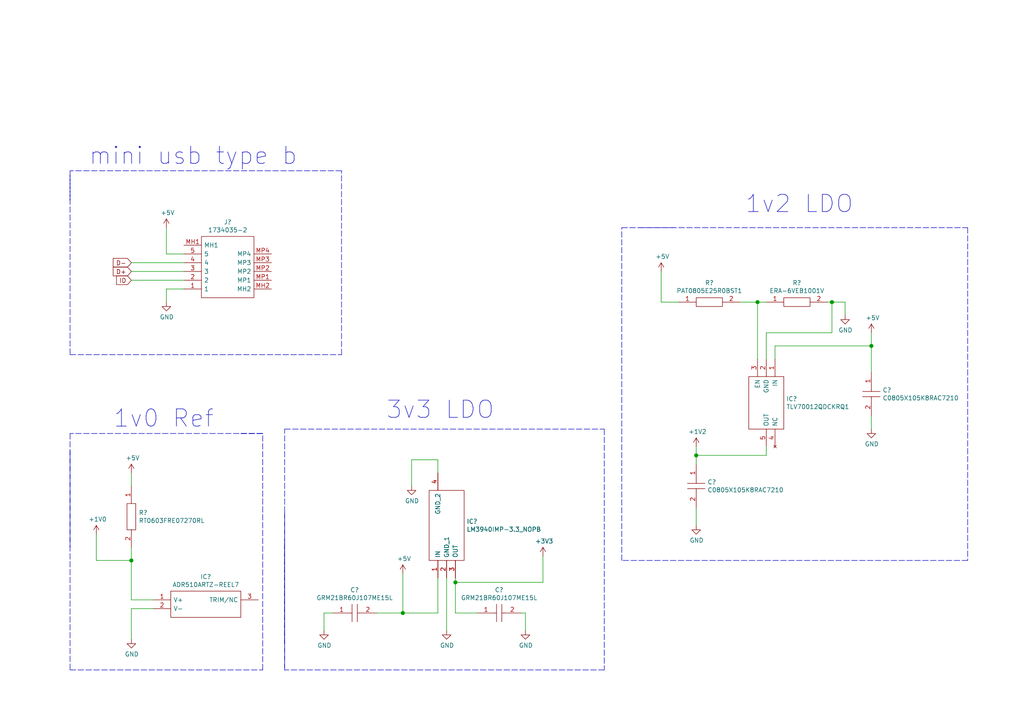
<source format=kicad_sch>
(kicad_sch (version 20210126) (generator eeschema)

  (paper "A4")

  (title_block
    (title "Power Section")
  )

  (lib_symbols
    (symbol "SamacSys_Parts:1734035-2" (pin_names (offset 0.762)) (in_bom yes) (on_board yes)
      (property "Reference" "J" (id 0) (at 21.59 7.62 0)
        (effects (font (size 1.27 1.27)) (justify left))
      )
      (property "Value" "1734035-2" (id 1) (at 21.59 5.08 0)
        (effects (font (size 1.27 1.27)) (justify left))
      )
      (property "Footprint" "17340352" (id 2) (at 21.59 2.54 0)
        (effects (font (size 1.27 1.27)) (justify left) hide)
      )
      (property "Datasheet" "https://www.te.com/commerce/DocumentDelivery/DDEController?Action=srchrtrv&DocNm=1-1773453-6&DocType=Data+Sheet&DocLang=English&PartCntxt=1734035-2&DocFormat=pdf" (id 3) (at 21.59 0 0)
        (effects (font (size 1.27 1.27)) (justify left) hide)
      )
      (property "Description" "MINI USB, TYPE B, R/A, SMT" (id 4) (at 21.59 -2.54 0)
        (effects (font (size 1.27 1.27)) (justify left) hide)
      )
      (property "Height" "3.95" (id 5) (at 21.59 -5.08 0)
        (effects (font (size 1.27 1.27)) (justify left) hide)
      )
      (property "Mouser Part Number" "571-1734035-2" (id 6) (at 21.59 -7.62 0)
        (effects (font (size 1.27 1.27)) (justify left) hide)
      )
      (property "Mouser Price/Stock" "https://www.mouser.co.uk/ProductDetail/TE-Connectivity/1734035-2?qs=Lu3apKW7jUhaCoyjqYNFIA%3D%3D" (id 7) (at 21.59 -10.16 0)
        (effects (font (size 1.27 1.27)) (justify left) hide)
      )
      (property "Manufacturer_Name" "TE Connectivity" (id 8) (at 21.59 -12.7 0)
        (effects (font (size 1.27 1.27)) (justify left) hide)
      )
      (property "Manufacturer_Part_Number" "1734035-2" (id 9) (at 21.59 -15.24 0)
        (effects (font (size 1.27 1.27)) (justify left) hide)
      )
      (property "ki_description" "MINI USB, TYPE B, R/A, SMT" (id 10) (at 0 0 0)
        (effects (font (size 1.27 1.27)) hide)
      )
      (symbol "1734035-2_0_0"
        (pin passive line (at 0 0 0) (length 5.08)
          (name "1" (effects (font (size 1.27 1.27))))
          (number "1" (effects (font (size 1.27 1.27))))
        )
        (pin passive line (at 0 -2.54 0) (length 5.08)
          (name "2" (effects (font (size 1.27 1.27))))
          (number "2" (effects (font (size 1.27 1.27))))
        )
        (pin passive line (at 0 -5.08 0) (length 5.08)
          (name "3" (effects (font (size 1.27 1.27))))
          (number "3" (effects (font (size 1.27 1.27))))
        )
        (pin passive line (at 0 -7.62 0) (length 5.08)
          (name "4" (effects (font (size 1.27 1.27))))
          (number "4" (effects (font (size 1.27 1.27))))
        )
        (pin passive line (at 0 -10.16 0) (length 5.08)
          (name "5" (effects (font (size 1.27 1.27))))
          (number "5" (effects (font (size 1.27 1.27))))
        )
        (pin passive line (at 0 -12.7 0) (length 5.08)
          (name "MH1" (effects (font (size 1.27 1.27))))
          (number "MH1" (effects (font (size 1.27 1.27))))
        )
        (pin passive line (at 25.4 0 180) (length 5.08)
          (name "MH2" (effects (font (size 1.27 1.27))))
          (number "MH2" (effects (font (size 1.27 1.27))))
        )
        (pin passive line (at 25.4 -2.54 180) (length 5.08)
          (name "MP1" (effects (font (size 1.27 1.27))))
          (number "MP1" (effects (font (size 1.27 1.27))))
        )
        (pin passive line (at 25.4 -5.08 180) (length 5.08)
          (name "MP2" (effects (font (size 1.27 1.27))))
          (number "MP2" (effects (font (size 1.27 1.27))))
        )
        (pin passive line (at 25.4 -7.62 180) (length 5.08)
          (name "MP3" (effects (font (size 1.27 1.27))))
          (number "MP3" (effects (font (size 1.27 1.27))))
        )
        (pin passive line (at 25.4 -10.16 180) (length 5.08)
          (name "MP4" (effects (font (size 1.27 1.27))))
          (number "MP4" (effects (font (size 1.27 1.27))))
        )
      )
      (symbol "1734035-2_0_1"
        (polyline
          (pts
            (xy 5.08 2.54)
            (xy 20.32 2.54)
            (xy 20.32 -15.24)
            (xy 5.08 -15.24)
            (xy 5.08 2.54)
          )
          (stroke (width 0.1524)) (fill (type none))
        )
      )
    )
    (symbol "SamacSys_Parts:ADR510ARTZ-REEL7" (pin_names (offset 0.762)) (in_bom yes) (on_board yes)
      (property "Reference" "IC" (id 0) (at 26.67 7.62 0)
        (effects (font (size 1.27 1.27)) (justify left))
      )
      (property "Value" "ADR510ARTZ-REEL7" (id 1) (at 26.67 5.08 0)
        (effects (font (size 1.27 1.27)) (justify left))
      )
      (property "Footprint" "SOT95P237X112-3N" (id 2) (at 26.67 2.54 0)
        (effects (font (size 1.27 1.27)) (justify left) hide)
      )
      (property "Datasheet" "http://componentsearchengine.com/Datasheets/1/ADR510ARTZ-REEL7.pdf" (id 3) (at 26.67 0 0)
        (effects (font (size 1.27 1.27)) (justify left) hide)
      )
      (property "Description" "1.0 V Precision Low Noise Shunt Voltage Reference" (id 4) (at 26.67 -2.54 0)
        (effects (font (size 1.27 1.27)) (justify left) hide)
      )
      (property "Height" "" (id 5) (at 26.67 -5.08 0)
        (effects (font (size 1.27 1.27)) (justify left) hide)
      )
      (property "Mouser Part Number" "584-ADR510ARTZ-R7" (id 6) (at 26.67 -7.62 0)
        (effects (font (size 1.27 1.27)) (justify left) hide)
      )
      (property "Mouser Price/Stock" "https://www.mouser.co.uk/ProductDetail/Analog-Devices/ADR510ARTZ-REEL7/?qs=WIvQP4zGaniqWHvI6aygmw%3D%3D" (id 7) (at 26.67 -10.16 0)
        (effects (font (size 1.27 1.27)) (justify left) hide)
      )
      (property "Manufacturer_Name" "Analog Devices" (id 8) (at 26.67 -12.7 0)
        (effects (font (size 1.27 1.27)) (justify left) hide)
      )
      (property "Manufacturer_Part_Number" "ADR510ARTZ-REEL7" (id 9) (at 26.67 -15.24 0)
        (effects (font (size 1.27 1.27)) (justify left) hide)
      )
      (property "ki_description" "1.0 V Precision Low Noise Shunt Voltage Reference" (id 10) (at 0 0 0)
        (effects (font (size 1.27 1.27)) hide)
      )
      (symbol "ADR510ARTZ-REEL7_0_0"
        (pin passive line (at 0 0 0) (length 5.08)
          (name "V+" (effects (font (size 1.27 1.27))))
          (number "1" (effects (font (size 1.27 1.27))))
        )
        (pin passive line (at 0 -2.54 0) (length 5.08)
          (name "V-" (effects (font (size 1.27 1.27))))
          (number "2" (effects (font (size 1.27 1.27))))
        )
        (pin passive line (at 30.48 0 180) (length 5.08)
          (name "TRIM/NC" (effects (font (size 1.27 1.27))))
          (number "3" (effects (font (size 1.27 1.27))))
        )
      )
      (symbol "ADR510ARTZ-REEL7_0_1"
        (polyline
          (pts
            (xy 5.08 2.54)
            (xy 25.4 2.54)
            (xy 25.4 -5.08)
            (xy 5.08 -5.08)
            (xy 5.08 2.54)
          )
          (stroke (width 0.1524)) (fill (type none))
        )
      )
    )
    (symbol "SamacSys_Parts:C0805X105K8RAC7210" (pin_names (offset 0.762)) (in_bom yes) (on_board yes)
      (property "Reference" "C" (id 0) (at 8.89 6.35 0)
        (effects (font (size 1.27 1.27)) (justify left))
      )
      (property "Value" "C0805X105K8RAC7210" (id 1) (at 8.89 3.81 0)
        (effects (font (size 1.27 1.27)) (justify left))
      )
      (property "Footprint" "CAPC2012X100N" (id 2) (at 8.89 1.27 0)
        (effects (font (size 1.27 1.27)) (justify left) hide)
      )
      (property "Datasheet" "" (id 3) (at 8.89 -1.27 0)
        (effects (font (size 1.27 1.27)) (justify left) hide)
      )
      (property "Description" "Multilayer Ceramic Capacitors MLCC - SMD/SMT 10V 1uF X7R 0805 10% Flex" (id 4) (at 8.89 -3.81 0)
        (effects (font (size 1.27 1.27)) (justify left) hide)
      )
      (property "Height" "1" (id 5) (at 8.89 -6.35 0)
        (effects (font (size 1.27 1.27)) (justify left) hide)
      )
      (property "Mouser Part Number" "80-C0805X105K8RACLR" (id 6) (at 8.89 -8.89 0)
        (effects (font (size 1.27 1.27)) (justify left) hide)
      )
      (property "Mouser Price/Stock" "https://www.mouser.co.uk/ProductDetail/KEMET/C0805X105K8RAC7210?qs=ds50AKTGxA8Ac4j4qbsB5A%3D%3D" (id 7) (at 8.89 -11.43 0)
        (effects (font (size 1.27 1.27)) (justify left) hide)
      )
      (property "Manufacturer_Name" "Kemet" (id 8) (at 8.89 -13.97 0)
        (effects (font (size 1.27 1.27)) (justify left) hide)
      )
      (property "Manufacturer_Part_Number" "C0805X105K8RAC7210" (id 9) (at 8.89 -16.51 0)
        (effects (font (size 1.27 1.27)) (justify left) hide)
      )
      (property "ki_description" "Multilayer Ceramic Capacitors MLCC - SMD/SMT 10V 1uF X7R 0805 10% Flex" (id 10) (at 0 0 0)
        (effects (font (size 1.27 1.27)) hide)
      )
      (symbol "C0805X105K8RAC7210_0_0"
        (pin passive line (at 0 0 0) (length 5.08)
          (name "~" (effects (font (size 1.27 1.27))))
          (number "1" (effects (font (size 1.27 1.27))))
        )
        (pin passive line (at 12.7 0 180) (length 5.08)
          (name "~" (effects (font (size 1.27 1.27))))
          (number "2" (effects (font (size 1.27 1.27))))
        )
      )
      (symbol "C0805X105K8RAC7210_0_1"
        (polyline
          (pts
            (xy 5.588 2.54)
            (xy 5.588 -2.54)
          )
          (stroke (width 0.1524)) (fill (type none))
        )
        (polyline
          (pts
            (xy 7.112 2.54)
            (xy 7.112 -2.54)
          )
          (stroke (width 0.1524)) (fill (type none))
        )
        (polyline
          (pts
            (xy 5.08 0)
            (xy 5.588 0)
          )
          (stroke (width 0.1524)) (fill (type none))
        )
        (polyline
          (pts
            (xy 7.112 0)
            (xy 7.62 0)
          )
          (stroke (width 0.1524)) (fill (type none))
        )
      )
    )
    (symbol "SamacSys_Parts:ERA-6VEB1001V" (pin_names (offset 0.762)) (in_bom yes) (on_board yes)
      (property "Reference" "R" (id 0) (at 13.97 6.35 0)
        (effects (font (size 1.27 1.27)) (justify left))
      )
      (property "Value" "ERA-6VEB1001V" (id 1) (at 13.97 3.81 0)
        (effects (font (size 1.27 1.27)) (justify left))
      )
      (property "Footprint" "RESC2012X65N" (id 2) (at 13.97 1.27 0)
        (effects (font (size 1.27 1.27)) (justify left) hide)
      )
      (property "Datasheet" "" (id 3) (at 13.97 -1.27 0)
        (effects (font (size 1.27 1.27)) (justify left) hide)
      )
      (property "Description" "Thin Film Resistors - SMD 0805 0.1% 1Kohm 25ppm SMD" (id 4) (at 13.97 -3.81 0)
        (effects (font (size 1.27 1.27)) (justify left) hide)
      )
      (property "Height" "0.65" (id 5) (at 13.97 -6.35 0)
        (effects (font (size 1.27 1.27)) (justify left) hide)
      )
      (property "Mouser Part Number" "667-ERA-6VEB1001V" (id 6) (at 13.97 -8.89 0)
        (effects (font (size 1.27 1.27)) (justify left) hide)
      )
      (property "Mouser Price/Stock" "https://www.mouser.co.uk/ProductDetail/Panasonic/ERA-6VEB1001V/?qs=rI7uf1IzohSck28%2FzhwuGw%3D%3D" (id 7) (at 13.97 -11.43 0)
        (effects (font (size 1.27 1.27)) (justify left) hide)
      )
      (property "Manufacturer_Name" "Panasonic" (id 8) (at 13.97 -13.97 0)
        (effects (font (size 1.27 1.27)) (justify left) hide)
      )
      (property "Manufacturer_Part_Number" "ERA-6VEB1001V" (id 9) (at 13.97 -16.51 0)
        (effects (font (size 1.27 1.27)) (justify left) hide)
      )
      (property "ki_description" "Thin Film Resistors - SMD 0805 0.1% 1Kohm 25ppm SMD" (id 10) (at 0 0 0)
        (effects (font (size 1.27 1.27)) hide)
      )
      (symbol "ERA-6VEB1001V_0_0"
        (pin passive line (at 0 0 0) (length 5.08)
          (name "~" (effects (font (size 1.27 1.27))))
          (number "1" (effects (font (size 1.27 1.27))))
        )
        (pin passive line (at 17.78 0 180) (length 5.08)
          (name "~" (effects (font (size 1.27 1.27))))
          (number "2" (effects (font (size 1.27 1.27))))
        )
      )
      (symbol "ERA-6VEB1001V_0_1"
        (polyline
          (pts
            (xy 5.08 1.27)
            (xy 12.7 1.27)
            (xy 12.7 -1.27)
            (xy 5.08 -1.27)
            (xy 5.08 1.27)
          )
          (stroke (width 0.1524)) (fill (type none))
        )
      )
    )
    (symbol "SamacSys_Parts:GRM21BR60J107ME15L" (pin_names (offset 0.762)) (in_bom yes) (on_board yes)
      (property "Reference" "C" (id 0) (at 8.89 6.35 0)
        (effects (font (size 1.27 1.27)) (justify left))
      )
      (property "Value" "GRM21BR60J107ME15L" (id 1) (at 8.89 3.81 0)
        (effects (font (size 1.27 1.27)) (justify left))
      )
      (property "Footprint" "CAPC2012X145N" (id 2) (at 8.89 1.27 0)
        (effects (font (size 1.27 1.27)) (justify left) hide)
      )
      (property "Datasheet" "https://psearch.en.murata.com/capacitor/product/GRM21BR60J107ME15%23.html" (id 3) (at 8.89 -1.27 0)
        (effects (font (size 1.27 1.27)) (justify left) hide)
      )
      (property "Description" "Multilayer Ceramic Capacitors MLCC - SMD/SMT 100UF   6.3V   20%        0805" (id 4) (at 8.89 -3.81 0)
        (effects (font (size 1.27 1.27)) (justify left) hide)
      )
      (property "Height" "1.45" (id 5) (at 8.89 -6.35 0)
        (effects (font (size 1.27 1.27)) (justify left) hide)
      )
      (property "Mouser Part Number" "81-GRM21BR60J107ME5L" (id 6) (at 8.89 -8.89 0)
        (effects (font (size 1.27 1.27)) (justify left) hide)
      )
      (property "Mouser Price/Stock" "https://www.mouser.co.uk/ProductDetail/Murata-Electronics/GRM21BR60J107ME15L?qs=qSv5qXjCIG0V4cgMTBuIkA%3D%3D" (id 7) (at 8.89 -11.43 0)
        (effects (font (size 1.27 1.27)) (justify left) hide)
      )
      (property "Manufacturer_Name" "Murata Electronics" (id 8) (at 8.89 -13.97 0)
        (effects (font (size 1.27 1.27)) (justify left) hide)
      )
      (property "Manufacturer_Part_Number" "GRM21BR60J107ME15L" (id 9) (at 8.89 -16.51 0)
        (effects (font (size 1.27 1.27)) (justify left) hide)
      )
      (property "ki_description" "Multilayer Ceramic Capacitors MLCC - SMD/SMT 100UF   6.3V   20%        0805" (id 10) (at 0 0 0)
        (effects (font (size 1.27 1.27)) hide)
      )
      (symbol "GRM21BR60J107ME15L_0_0"
        (pin passive line (at 0 0 0) (length 5.08)
          (name "~" (effects (font (size 1.27 1.27))))
          (number "1" (effects (font (size 1.27 1.27))))
        )
        (pin passive line (at 12.7 0 180) (length 5.08)
          (name "~" (effects (font (size 1.27 1.27))))
          (number "2" (effects (font (size 1.27 1.27))))
        )
      )
      (symbol "GRM21BR60J107ME15L_0_1"
        (polyline
          (pts
            (xy 5.588 2.54)
            (xy 5.588 -2.54)
          )
          (stroke (width 0.1524)) (fill (type none))
        )
        (polyline
          (pts
            (xy 7.112 2.54)
            (xy 7.112 -2.54)
          )
          (stroke (width 0.1524)) (fill (type none))
        )
        (polyline
          (pts
            (xy 5.08 0)
            (xy 5.588 0)
          )
          (stroke (width 0.1524)) (fill (type none))
        )
        (polyline
          (pts
            (xy 7.112 0)
            (xy 7.62 0)
          )
          (stroke (width 0.1524)) (fill (type none))
        )
      )
    )
    (symbol "SamacSys_Parts:LM3940IMP-3.3_NOPB" (pin_names (offset 0.762)) (in_bom yes) (on_board yes)
      (property "Reference" "IC" (id 0) (at 26.67 7.62 0)
        (effects (font (size 1.27 1.27)) (justify left))
      )
      (property "Value" "LM3940IMP-3.3_NOPB" (id 1) (at 26.67 5.08 0)
        (effects (font (size 1.27 1.27)) (justify left))
      )
      (property "Footprint" "SOT230P700X180-4N" (id 2) (at 26.67 2.54 0)
        (effects (font (size 1.27 1.27)) (justify left) hide)
      )
      (property "Datasheet" "http://www.ti.com/lit/ds/symlink/lm3940.pdf" (id 3) (at 26.67 0 0)
        (effects (font (size 1.27 1.27)) (justify left) hide)
      )
      (property "Description" "LM3940IMP-3.3/NOPB, Low Dropout Voltage Regulator, 1A, 3.3 V, 4.5  7.5 Vin, 4-Pin SOT-223" (id 4) (at 26.67 -2.54 0)
        (effects (font (size 1.27 1.27)) (justify left) hide)
      )
      (property "Height" "1.8" (id 5) (at 26.67 -5.08 0)
        (effects (font (size 1.27 1.27)) (justify left) hide)
      )
      (property "Mouser Part Number" "926-LM3940IMP3.3NOPB" (id 6) (at 26.67 -7.62 0)
        (effects (font (size 1.27 1.27)) (justify left) hide)
      )
      (property "Mouser Price/Stock" "https://www.mouser.co.uk/ProductDetail/Texas-Instruments/LM3940IMP-33-NOPB/?qs=QbsRYf82W3EIVCEt3IRFTQ%3D%3D" (id 7) (at 26.67 -10.16 0)
        (effects (font (size 1.27 1.27)) (justify left) hide)
      )
      (property "Manufacturer_Name" "Texas Instruments" (id 8) (at 26.67 -12.7 0)
        (effects (font (size 1.27 1.27)) (justify left) hide)
      )
      (property "Manufacturer_Part_Number" "LM3940IMP-3.3/NOPB" (id 9) (at 26.67 -15.24 0)
        (effects (font (size 1.27 1.27)) (justify left) hide)
      )
      (property "ki_description" "LM3940IMP-3.3/NOPB, Low Dropout Voltage Regulator, 1A, 3.3 V, 4.5  7.5 Vin, 4-Pin SOT-223" (id 10) (at 0 0 0)
        (effects (font (size 1.27 1.27)) hide)
      )
      (symbol "LM3940IMP-3.3_NOPB_0_0"
        (pin passive line (at 0 0 0) (length 5.08)
          (name "IN" (effects (font (size 1.27 1.27))))
          (number "1" (effects (font (size 1.27 1.27))))
        )
        (pin passive line (at 0 -2.54 0) (length 5.08)
          (name "GND_1" (effects (font (size 1.27 1.27))))
          (number "2" (effects (font (size 1.27 1.27))))
        )
        (pin passive line (at 0 -5.08 0) (length 5.08)
          (name "OUT" (effects (font (size 1.27 1.27))))
          (number "3" (effects (font (size 1.27 1.27))))
        )
        (pin passive line (at 30.48 0 180) (length 5.08)
          (name "GND_2" (effects (font (size 1.27 1.27))))
          (number "4" (effects (font (size 1.27 1.27))))
        )
      )
      (symbol "LM3940IMP-3.3_NOPB_0_1"
        (polyline
          (pts
            (xy 5.08 2.54)
            (xy 25.4 2.54)
            (xy 25.4 -7.62)
            (xy 5.08 -7.62)
            (xy 5.08 2.54)
          )
          (stroke (width 0.1524)) (fill (type none))
        )
      )
    )
    (symbol "SamacSys_Parts:PAT0805E25R0BST1" (pin_names (offset 0.762)) (in_bom yes) (on_board yes)
      (property "Reference" "R" (id 0) (at 13.97 6.35 0)
        (effects (font (size 1.27 1.27)) (justify left))
      )
      (property "Value" "PAT0805E25R0BST1" (id 1) (at 13.97 3.81 0)
        (effects (font (size 1.27 1.27)) (justify left))
      )
      (property "Footprint" "RESC2013X46N" (id 2) (at 13.97 1.27 0)
        (effects (font (size 1.27 1.27)) (justify left) hide)
      )
      (property "Datasheet" "https://www.vishay.com/docs/60024/pat.pdf" (id 3) (at 13.97 -1.27 0)
        (effects (font (size 1.27 1.27)) (justify left) hide)
      )
      (property "Description" "Thin Film Resistors 200mW 25ohm 0.1% 25PPM 0805" (id 4) (at 13.97 -3.81 0)
        (effects (font (size 1.27 1.27)) (justify left) hide)
      )
      (property "Height" "0.458" (id 5) (at 13.97 -6.35 0)
        (effects (font (size 1.27 1.27)) (justify left) hide)
      )
      (property "Mouser Part Number" "71-PAT0805E25R0BST1" (id 6) (at 13.97 -8.89 0)
        (effects (font (size 1.27 1.27)) (justify left) hide)
      )
      (property "Mouser Price/Stock" "https://www.mouser.co.uk/ProductDetail/Vishay-Thin-Film/PAT0805E25R0BST1/?qs=U9NZwFk02cFxef6CvUm2JQ%3D%3D" (id 7) (at 13.97 -11.43 0)
        (effects (font (size 1.27 1.27)) (justify left) hide)
      )
      (property "Manufacturer_Name" "Vishay" (id 8) (at 13.97 -13.97 0)
        (effects (font (size 1.27 1.27)) (justify left) hide)
      )
      (property "Manufacturer_Part_Number" "PAT0805E25R0BST1" (id 9) (at 13.97 -16.51 0)
        (effects (font (size 1.27 1.27)) (justify left) hide)
      )
      (property "ki_description" "Thin Film Resistors 200mW 25ohm 0.1% 25PPM 0805" (id 10) (at 0 0 0)
        (effects (font (size 1.27 1.27)) hide)
      )
      (symbol "PAT0805E25R0BST1_0_0"
        (pin passive line (at 0 0 0) (length 5.08)
          (name "~" (effects (font (size 1.27 1.27))))
          (number "1" (effects (font (size 1.27 1.27))))
        )
        (pin passive line (at 17.78 0 180) (length 5.08)
          (name "~" (effects (font (size 1.27 1.27))))
          (number "2" (effects (font (size 1.27 1.27))))
        )
      )
      (symbol "PAT0805E25R0BST1_0_1"
        (polyline
          (pts
            (xy 5.08 1.27)
            (xy 12.7 1.27)
            (xy 12.7 -1.27)
            (xy 5.08 -1.27)
            (xy 5.08 1.27)
          )
          (stroke (width 0.1524)) (fill (type none))
        )
      )
    )
    (symbol "SamacSys_Parts:RT0603FRE07270RL" (pin_names (offset 0.762)) (in_bom yes) (on_board yes)
      (property "Reference" "R" (id 0) (at 13.97 6.35 0)
        (effects (font (size 1.27 1.27)) (justify left))
      )
      (property "Value" "RT0603FRE07270RL" (id 1) (at 13.97 3.81 0)
        (effects (font (size 1.27 1.27)) (justify left))
      )
      (property "Footprint" "RESC1608X55N" (id 2) (at 13.97 1.27 0)
        (effects (font (size 1.27 1.27)) (justify left) hide)
      )
      (property "Datasheet" "https://www.arrow.com/en/products/rt0603fre07270rl/yageo" (id 3) (at 13.97 -1.27 0)
        (effects (font (size 1.27 1.27)) (justify left) hide)
      )
      (property "Description" "RESISTOR, 0603 270 Ohms +/-1% 1/10 W" (id 4) (at 13.97 -3.81 0)
        (effects (font (size 1.27 1.27)) (justify left) hide)
      )
      (property "Height" "0.55" (id 5) (at 13.97 -6.35 0)
        (effects (font (size 1.27 1.27)) (justify left) hide)
      )
      (property "Mouser Part Number" "" (id 6) (at 13.97 -8.89 0)
        (effects (font (size 1.27 1.27)) (justify left) hide)
      )
      (property "Mouser Price/Stock" "" (id 7) (at 13.97 -11.43 0)
        (effects (font (size 1.27 1.27)) (justify left) hide)
      )
      (property "Manufacturer_Name" "YAGEO (PHYCOMP)" (id 8) (at 13.97 -13.97 0)
        (effects (font (size 1.27 1.27)) (justify left) hide)
      )
      (property "Manufacturer_Part_Number" "RT0603FRE07270RL" (id 9) (at 13.97 -16.51 0)
        (effects (font (size 1.27 1.27)) (justify left) hide)
      )
      (property "ki_description" "RESISTOR, 0603 270 Ohms +/-1% 1/10 W" (id 10) (at 0 0 0)
        (effects (font (size 1.27 1.27)) hide)
      )
      (symbol "RT0603FRE07270RL_0_0"
        (pin passive line (at 0 0 0) (length 5.08)
          (name "~" (effects (font (size 1.27 1.27))))
          (number "1" (effects (font (size 1.27 1.27))))
        )
        (pin passive line (at 17.78 0 180) (length 5.08)
          (name "~" (effects (font (size 1.27 1.27))))
          (number "2" (effects (font (size 1.27 1.27))))
        )
      )
      (symbol "RT0603FRE07270RL_0_1"
        (polyline
          (pts
            (xy 5.08 1.27)
            (xy 12.7 1.27)
            (xy 12.7 -1.27)
            (xy 5.08 -1.27)
            (xy 5.08 1.27)
          )
          (stroke (width 0.1524)) (fill (type none))
        )
      )
    )
    (symbol "SamacSys_Parts:TLV70012QDCKRQ1" (pin_names (offset 0.762)) (in_bom yes) (on_board yes)
      (property "Reference" "IC" (id 0) (at 21.59 7.62 0)
        (effects (font (size 1.27 1.27)) (justify left))
      )
      (property "Value" "TLV70012QDCKRQ1" (id 1) (at 21.59 5.08 0)
        (effects (font (size 1.27 1.27)) (justify left))
      )
      (property "Footprint" "SOT65P210X110-5N" (id 2) (at 21.59 2.54 0)
        (effects (font (size 1.27 1.27)) (justify left) hide)
      )
      (property "Datasheet" "http://www.ti.com/lit/gpn/tlv700-q1" (id 3) (at 21.59 0 0)
        (effects (font (size 1.27 1.27)) (justify left) hide)
      )
      (property "Description" "Automotive 200-mA Low-IQ Low-Dropout Regulator for Portable Devices" (id 4) (at 21.59 -2.54 0)
        (effects (font (size 1.27 1.27)) (justify left) hide)
      )
      (property "Height" "1.1" (id 5) (at 21.59 -5.08 0)
        (effects (font (size 1.27 1.27)) (justify left) hide)
      )
      (property "Mouser Part Number" "595-TLV70012QDCKRQ1" (id 6) (at 21.59 -7.62 0)
        (effects (font (size 1.27 1.27)) (justify left) hide)
      )
      (property "Mouser Price/Stock" "https://www.mouser.com/Search/Refine.aspx?Keyword=595-TLV70012QDCKRQ1" (id 7) (at 21.59 -10.16 0)
        (effects (font (size 1.27 1.27)) (justify left) hide)
      )
      (property "Manufacturer_Name" "Texas Instruments" (id 8) (at 21.59 -12.7 0)
        (effects (font (size 1.27 1.27)) (justify left) hide)
      )
      (property "Manufacturer_Part_Number" "TLV70012QDCKRQ1" (id 9) (at 21.59 -15.24 0)
        (effects (font (size 1.27 1.27)) (justify left) hide)
      )
      (property "ki_description" "Automotive 200-mA Low-IQ Low-Dropout Regulator for Portable Devices" (id 10) (at 0 0 0)
        (effects (font (size 1.27 1.27)) hide)
      )
      (symbol "TLV70012QDCKRQ1_0_0"
        (pin passive line (at 0 0 0) (length 5.08)
          (name "IN" (effects (font (size 1.27 1.27))))
          (number "1" (effects (font (size 1.27 1.27))))
        )
        (pin passive line (at 0 -2.54 0) (length 5.08)
          (name "GND" (effects (font (size 1.27 1.27))))
          (number "2" (effects (font (size 1.27 1.27))))
        )
        (pin passive line (at 0 -5.08 0) (length 5.08)
          (name "EN" (effects (font (size 1.27 1.27))))
          (number "3" (effects (font (size 1.27 1.27))))
        )
        (pin no_connect line (at 25.4 0 180) (length 5.08)
          (name "NC" (effects (font (size 1.27 1.27))))
          (number "4" (effects (font (size 1.27 1.27))))
        )
        (pin passive line (at 25.4 -2.54 180) (length 5.08)
          (name "OUT" (effects (font (size 1.27 1.27))))
          (number "5" (effects (font (size 1.27 1.27))))
        )
      )
      (symbol "TLV70012QDCKRQ1_0_1"
        (polyline
          (pts
            (xy 5.08 2.54)
            (xy 20.32 2.54)
            (xy 20.32 -7.62)
            (xy 5.08 -7.62)
            (xy 5.08 2.54)
          )
          (stroke (width 0.1524)) (fill (type none))
        )
      )
    )
    (symbol "power:+1V0" (power) (pin_names (offset 0)) (in_bom yes) (on_board yes)
      (property "Reference" "#PWR" (id 0) (at 0 -3.81 0)
        (effects (font (size 1.27 1.27)) hide)
      )
      (property "Value" "+1V0" (id 1) (at 0 3.556 0)
        (effects (font (size 1.27 1.27)))
      )
      (property "Footprint" "" (id 2) (at 0 0 0)
        (effects (font (size 1.27 1.27)) hide)
      )
      (property "Datasheet" "" (id 3) (at 0 0 0)
        (effects (font (size 1.27 1.27)) hide)
      )
      (property "ki_keywords" "power-flag" (id 4) (at 0 0 0)
        (effects (font (size 1.27 1.27)) hide)
      )
      (property "ki_description" "Power symbol creates a global label with name \"+1V0\"" (id 5) (at 0 0 0)
        (effects (font (size 1.27 1.27)) hide)
      )
      (symbol "+1V0_0_1"
        (polyline
          (pts
            (xy -0.762 1.27)
            (xy 0 2.54)
          )
          (stroke (width 0)) (fill (type none))
        )
        (polyline
          (pts
            (xy 0 0)
            (xy 0 2.54)
          )
          (stroke (width 0)) (fill (type none))
        )
        (polyline
          (pts
            (xy 0 2.54)
            (xy 0.762 1.27)
          )
          (stroke (width 0)) (fill (type none))
        )
      )
      (symbol "+1V0_1_1"
        (pin power_in line (at 0 0 90) (length 0) hide
          (name "+1V0" (effects (font (size 1.27 1.27))))
          (number "1" (effects (font (size 1.27 1.27))))
        )
      )
    )
    (symbol "power:+1V2" (power) (pin_names (offset 0)) (in_bom yes) (on_board yes)
      (property "Reference" "#PWR" (id 0) (at 0 -3.81 0)
        (effects (font (size 1.27 1.27)) hide)
      )
      (property "Value" "+1V2" (id 1) (at 0 3.556 0)
        (effects (font (size 1.27 1.27)))
      )
      (property "Footprint" "" (id 2) (at 0 0 0)
        (effects (font (size 1.27 1.27)) hide)
      )
      (property "Datasheet" "" (id 3) (at 0 0 0)
        (effects (font (size 1.27 1.27)) hide)
      )
      (property "ki_keywords" "power-flag" (id 4) (at 0 0 0)
        (effects (font (size 1.27 1.27)) hide)
      )
      (property "ki_description" "Power symbol creates a global label with name \"+1V2\"" (id 5) (at 0 0 0)
        (effects (font (size 1.27 1.27)) hide)
      )
      (symbol "+1V2_0_1"
        (polyline
          (pts
            (xy -0.762 1.27)
            (xy 0 2.54)
          )
          (stroke (width 0)) (fill (type none))
        )
        (polyline
          (pts
            (xy 0 0)
            (xy 0 2.54)
          )
          (stroke (width 0)) (fill (type none))
        )
        (polyline
          (pts
            (xy 0 2.54)
            (xy 0.762 1.27)
          )
          (stroke (width 0)) (fill (type none))
        )
      )
      (symbol "+1V2_1_1"
        (pin power_in line (at 0 0 90) (length 0) hide
          (name "+1V2" (effects (font (size 1.27 1.27))))
          (number "1" (effects (font (size 1.27 1.27))))
        )
      )
    )
    (symbol "power:+3V3" (power) (pin_names (offset 0)) (in_bom yes) (on_board yes)
      (property "Reference" "#PWR" (id 0) (at 0 -3.81 0)
        (effects (font (size 1.27 1.27)) hide)
      )
      (property "Value" "+3V3" (id 1) (at 0 3.556 0)
        (effects (font (size 1.27 1.27)))
      )
      (property "Footprint" "" (id 2) (at 0 0 0)
        (effects (font (size 1.27 1.27)) hide)
      )
      (property "Datasheet" "" (id 3) (at 0 0 0)
        (effects (font (size 1.27 1.27)) hide)
      )
      (property "ki_keywords" "power-flag" (id 4) (at 0 0 0)
        (effects (font (size 1.27 1.27)) hide)
      )
      (property "ki_description" "Power symbol creates a global label with name \"+3V3\"" (id 5) (at 0 0 0)
        (effects (font (size 1.27 1.27)) hide)
      )
      (symbol "+3V3_0_1"
        (polyline
          (pts
            (xy -0.762 1.27)
            (xy 0 2.54)
          )
          (stroke (width 0)) (fill (type none))
        )
        (polyline
          (pts
            (xy 0 0)
            (xy 0 2.54)
          )
          (stroke (width 0)) (fill (type none))
        )
        (polyline
          (pts
            (xy 0 2.54)
            (xy 0.762 1.27)
          )
          (stroke (width 0)) (fill (type none))
        )
      )
      (symbol "+3V3_1_1"
        (pin power_in line (at 0 0 90) (length 0) hide
          (name "+3V3" (effects (font (size 1.27 1.27))))
          (number "1" (effects (font (size 1.27 1.27))))
        )
      )
    )
    (symbol "power:+5V" (power) (pin_names (offset 0)) (in_bom yes) (on_board yes)
      (property "Reference" "#PWR" (id 0) (at 0 -3.81 0)
        (effects (font (size 1.27 1.27)) hide)
      )
      (property "Value" "+5V" (id 1) (at 0 3.556 0)
        (effects (font (size 1.27 1.27)))
      )
      (property "Footprint" "" (id 2) (at 0 0 0)
        (effects (font (size 1.27 1.27)) hide)
      )
      (property "Datasheet" "" (id 3) (at 0 0 0)
        (effects (font (size 1.27 1.27)) hide)
      )
      (property "ki_keywords" "power-flag" (id 4) (at 0 0 0)
        (effects (font (size 1.27 1.27)) hide)
      )
      (property "ki_description" "Power symbol creates a global label with name \"+5V\"" (id 5) (at 0 0 0)
        (effects (font (size 1.27 1.27)) hide)
      )
      (symbol "+5V_0_1"
        (polyline
          (pts
            (xy -0.762 1.27)
            (xy 0 2.54)
          )
          (stroke (width 0)) (fill (type none))
        )
        (polyline
          (pts
            (xy 0 0)
            (xy 0 2.54)
          )
          (stroke (width 0)) (fill (type none))
        )
        (polyline
          (pts
            (xy 0 2.54)
            (xy 0.762 1.27)
          )
          (stroke (width 0)) (fill (type none))
        )
      )
      (symbol "+5V_1_1"
        (pin power_in line (at 0 0 90) (length 0) hide
          (name "+5V" (effects (font (size 1.27 1.27))))
          (number "1" (effects (font (size 1.27 1.27))))
        )
      )
    )
    (symbol "power:GND" (power) (pin_names (offset 0)) (in_bom yes) (on_board yes)
      (property "Reference" "#PWR" (id 0) (at 0 -6.35 0)
        (effects (font (size 1.27 1.27)) hide)
      )
      (property "Value" "GND" (id 1) (at 0 -3.81 0)
        (effects (font (size 1.27 1.27)))
      )
      (property "Footprint" "" (id 2) (at 0 0 0)
        (effects (font (size 1.27 1.27)) hide)
      )
      (property "Datasheet" "" (id 3) (at 0 0 0)
        (effects (font (size 1.27 1.27)) hide)
      )
      (property "ki_keywords" "power-flag" (id 4) (at 0 0 0)
        (effects (font (size 1.27 1.27)) hide)
      )
      (property "ki_description" "Power symbol creates a global label with name \"GND\" , ground" (id 5) (at 0 0 0)
        (effects (font (size 1.27 1.27)) hide)
      )
      (symbol "GND_0_1"
        (polyline
          (pts
            (xy 0 0)
            (xy 0 -1.27)
            (xy 1.27 -1.27)
            (xy 0 -2.54)
            (xy -1.27 -1.27)
            (xy 0 -1.27)
          )
          (stroke (width 0)) (fill (type none))
        )
      )
      (symbol "GND_1_1"
        (pin power_in line (at 0 0 270) (length 0) hide
          (name "GND" (effects (font (size 1.27 1.27))))
          (number "1" (effects (font (size 1.27 1.27))))
        )
      )
    )
  )

  (junction (at 38.1 162.56) (diameter 1.016) (color 0 0 0 0))
  (junction (at 116.84 177.8) (diameter 1.016) (color 0 0 0 0))
  (junction (at 132.08 168.91) (diameter 1.016) (color 0 0 0 0))
  (junction (at 201.93 132.08) (diameter 1.016) (color 0 0 0 0))
  (junction (at 219.71 87.63) (diameter 1.016) (color 0 0 0 0))
  (junction (at 241.3 87.63) (diameter 1.016) (color 0 0 0 0))
  (junction (at 252.73 100.33) (diameter 1.016) (color 0 0 0 0))

  (wire (pts (xy 27.94 154.94) (xy 27.94 162.56))
    (stroke (width 0) (type solid) (color 0 0 0 0))
    (uuid fac8bf8f-1f09-42fd-a8a4-026ad45e6e62)
  )
  (wire (pts (xy 27.94 162.56) (xy 38.1 162.56))
    (stroke (width 0) (type solid) (color 0 0 0 0))
    (uuid fac8bf8f-1f09-42fd-a8a4-026ad45e6e62)
  )
  (wire (pts (xy 38.1 76.2) (xy 53.34 76.2))
    (stroke (width 0) (type solid) (color 0 0 0 0))
    (uuid 02932225-21c1-4650-bd0c-a28878ec2b65)
  )
  (wire (pts (xy 38.1 78.74) (xy 53.34 78.74))
    (stroke (width 0) (type solid) (color 0 0 0 0))
    (uuid 9d27c51a-1e31-4314-bb5f-77880c2c4a5f)
  )
  (wire (pts (xy 38.1 81.28) (xy 53.34 81.28))
    (stroke (width 0) (type solid) (color 0 0 0 0))
    (uuid a6d5b030-147c-4c0a-b3f8-d12239bc0e26)
  )
  (wire (pts (xy 38.1 137.16) (xy 38.1 140.97))
    (stroke (width 0) (type solid) (color 0 0 0 0))
    (uuid 35cfe16f-1308-47aa-9273-ff2396df738a)
  )
  (wire (pts (xy 38.1 162.56) (xy 38.1 158.75))
    (stroke (width 0) (type solid) (color 0 0 0 0))
    (uuid ee6c7c9b-898e-4c74-978d-cf0cb88c9e73)
  )
  (wire (pts (xy 38.1 173.99) (xy 38.1 162.56))
    (stroke (width 0) (type solid) (color 0 0 0 0))
    (uuid ee6c7c9b-898e-4c74-978d-cf0cb88c9e73)
  )
  (wire (pts (xy 38.1 176.53) (xy 44.45 176.53))
    (stroke (width 0) (type solid) (color 0 0 0 0))
    (uuid 467bee0c-738b-4250-af6b-93234094953a)
  )
  (wire (pts (xy 38.1 185.42) (xy 38.1 176.53))
    (stroke (width 0) (type solid) (color 0 0 0 0))
    (uuid 467bee0c-738b-4250-af6b-93234094953a)
  )
  (wire (pts (xy 44.45 173.99) (xy 38.1 173.99))
    (stroke (width 0) (type solid) (color 0 0 0 0))
    (uuid ee6c7c9b-898e-4c74-978d-cf0cb88c9e73)
  )
  (wire (pts (xy 48.26 73.66) (xy 48.26 66.04))
    (stroke (width 0) (type solid) (color 0 0 0 0))
    (uuid 7349110d-ed81-4aa2-bff1-ce993f3ab6b3)
  )
  (wire (pts (xy 48.26 83.82) (xy 53.34 83.82))
    (stroke (width 0) (type solid) (color 0 0 0 0))
    (uuid 21c1c158-58cc-4462-bba6-a5a7bf29877b)
  )
  (wire (pts (xy 48.26 87.63) (xy 48.26 83.82))
    (stroke (width 0) (type solid) (color 0 0 0 0))
    (uuid 21c1c158-58cc-4462-bba6-a5a7bf29877b)
  )
  (wire (pts (xy 53.34 73.66) (xy 48.26 73.66))
    (stroke (width 0) (type solid) (color 0 0 0 0))
    (uuid 7349110d-ed81-4aa2-bff1-ce993f3ab6b3)
  )
  (wire (pts (xy 93.98 177.8) (xy 96.52 177.8))
    (stroke (width 0) (type solid) (color 0 0 0 0))
    (uuid d2c51ec5-95f5-4d1c-94b7-db9309ff4e73)
  )
  (wire (pts (xy 93.98 182.88) (xy 93.98 177.8))
    (stroke (width 0) (type solid) (color 0 0 0 0))
    (uuid d2c51ec5-95f5-4d1c-94b7-db9309ff4e73)
  )
  (wire (pts (xy 109.22 177.8) (xy 116.84 177.8))
    (stroke (width 0) (type solid) (color 0 0 0 0))
    (uuid ae8682ef-1f17-4d74-8ef9-81602c76b22e)
  )
  (wire (pts (xy 116.84 166.37) (xy 116.84 177.8))
    (stroke (width 0) (type solid) (color 0 0 0 0))
    (uuid feb0133f-840a-44cc-9864-be38ab0baa27)
  )
  (wire (pts (xy 116.84 177.8) (xy 127 177.8))
    (stroke (width 0) (type solid) (color 0 0 0 0))
    (uuid 3acd5707-85a3-4dc9-9891-a3a20139719a)
  )
  (wire (pts (xy 119.38 133.35) (xy 127 133.35))
    (stroke (width 0) (type solid) (color 0 0 0 0))
    (uuid 810aa92e-85f2-4887-ae1d-039a8ad67ff1)
  )
  (wire (pts (xy 119.38 140.97) (xy 119.38 133.35))
    (stroke (width 0) (type solid) (color 0 0 0 0))
    (uuid 810aa92e-85f2-4887-ae1d-039a8ad67ff1)
  )
  (wire (pts (xy 127 133.35) (xy 127 137.16))
    (stroke (width 0) (type solid) (color 0 0 0 0))
    (uuid 810aa92e-85f2-4887-ae1d-039a8ad67ff1)
  )
  (wire (pts (xy 127 167.64) (xy 127 177.8))
    (stroke (width 0) (type solid) (color 0 0 0 0))
    (uuid 3acd5707-85a3-4dc9-9891-a3a20139719a)
  )
  (wire (pts (xy 129.54 167.64) (xy 129.54 182.88))
    (stroke (width 0) (type solid) (color 0 0 0 0))
    (uuid d14ce1d6-08d0-4e12-8b64-c240da636093)
  )
  (wire (pts (xy 132.08 167.64) (xy 132.08 168.91))
    (stroke (width 0) (type solid) (color 0 0 0 0))
    (uuid cc15ff27-926b-464e-9768-533f8450050d)
  )
  (wire (pts (xy 132.08 168.91) (xy 132.08 177.8))
    (stroke (width 0) (type solid) (color 0 0 0 0))
    (uuid cc15ff27-926b-464e-9768-533f8450050d)
  )
  (wire (pts (xy 132.08 168.91) (xy 157.48 168.91))
    (stroke (width 0) (type solid) (color 0 0 0 0))
    (uuid 3a82b516-ac37-4ed6-95d0-b78a662dc291)
  )
  (wire (pts (xy 132.08 177.8) (xy 138.43 177.8))
    (stroke (width 0) (type solid) (color 0 0 0 0))
    (uuid cc15ff27-926b-464e-9768-533f8450050d)
  )
  (wire (pts (xy 151.13 177.8) (xy 152.4 177.8))
    (stroke (width 0) (type solid) (color 0 0 0 0))
    (uuid fb6ce6a8-e4e7-4e0d-a3ea-e124c5763820)
  )
  (wire (pts (xy 152.4 177.8) (xy 152.4 182.88))
    (stroke (width 0) (type solid) (color 0 0 0 0))
    (uuid fb6ce6a8-e4e7-4e0d-a3ea-e124c5763820)
  )
  (wire (pts (xy 157.48 168.91) (xy 157.48 161.29))
    (stroke (width 0) (type solid) (color 0 0 0 0))
    (uuid 3a82b516-ac37-4ed6-95d0-b78a662dc291)
  )
  (wire (pts (xy 191.77 78.74) (xy 191.77 87.63))
    (stroke (width 0) (type solid) (color 0 0 0 0))
    (uuid 8230ebdf-0c87-46d4-93e5-3cce3b1462d8)
  )
  (wire (pts (xy 191.77 87.63) (xy 196.85 87.63))
    (stroke (width 0) (type solid) (color 0 0 0 0))
    (uuid 8230ebdf-0c87-46d4-93e5-3cce3b1462d8)
  )
  (wire (pts (xy 201.93 132.08) (xy 201.93 129.54))
    (stroke (width 0) (type solid) (color 0 0 0 0))
    (uuid 9f594048-213d-4596-a25e-77248c03de2c)
  )
  (wire (pts (xy 201.93 132.08) (xy 201.93 134.62))
    (stroke (width 0) (type solid) (color 0 0 0 0))
    (uuid 98082b17-4b5a-44f1-86b3-e0188ec09ab5)
  )
  (wire (pts (xy 201.93 147.32) (xy 201.93 152.4))
    (stroke (width 0) (type solid) (color 0 0 0 0))
    (uuid 3e4f7613-3da2-430e-a1f8-b0c5f9ce3335)
  )
  (wire (pts (xy 214.63 87.63) (xy 219.71 87.63))
    (stroke (width 0) (type solid) (color 0 0 0 0))
    (uuid 30672be5-3971-468e-8165-92c94f1e522f)
  )
  (wire (pts (xy 219.71 87.63) (xy 222.25 87.63))
    (stroke (width 0) (type solid) (color 0 0 0 0))
    (uuid 30672be5-3971-468e-8165-92c94f1e522f)
  )
  (wire (pts (xy 219.71 104.14) (xy 219.71 87.63))
    (stroke (width 0) (type solid) (color 0 0 0 0))
    (uuid 0d5b33b4-b5bc-4c30-a230-dd6cc6feee50)
  )
  (wire (pts (xy 222.25 96.52) (xy 241.3 96.52))
    (stroke (width 0) (type solid) (color 0 0 0 0))
    (uuid a28fcbf4-e2b7-4969-8f12-b7170bd23c52)
  )
  (wire (pts (xy 222.25 104.14) (xy 222.25 96.52))
    (stroke (width 0) (type solid) (color 0 0 0 0))
    (uuid a28fcbf4-e2b7-4969-8f12-b7170bd23c52)
  )
  (wire (pts (xy 222.25 129.54) (xy 222.25 132.08))
    (stroke (width 0) (type solid) (color 0 0 0 0))
    (uuid 9f594048-213d-4596-a25e-77248c03de2c)
  )
  (wire (pts (xy 222.25 132.08) (xy 201.93 132.08))
    (stroke (width 0) (type solid) (color 0 0 0 0))
    (uuid 9f594048-213d-4596-a25e-77248c03de2c)
  )
  (wire (pts (xy 224.79 100.33) (xy 252.73 100.33))
    (stroke (width 0) (type solid) (color 0 0 0 0))
    (uuid 82be5462-ea6b-411c-ab74-5b3dcd4c860a)
  )
  (wire (pts (xy 224.79 104.14) (xy 224.79 100.33))
    (stroke (width 0) (type solid) (color 0 0 0 0))
    (uuid 82be5462-ea6b-411c-ab74-5b3dcd4c860a)
  )
  (wire (pts (xy 240.03 87.63) (xy 241.3 87.63))
    (stroke (width 0) (type solid) (color 0 0 0 0))
    (uuid 13e70281-c549-4ab6-a08b-d10df2bafd74)
  )
  (wire (pts (xy 241.3 87.63) (xy 245.11 87.63))
    (stroke (width 0) (type solid) (color 0 0 0 0))
    (uuid 13e70281-c549-4ab6-a08b-d10df2bafd74)
  )
  (wire (pts (xy 241.3 96.52) (xy 241.3 87.63))
    (stroke (width 0) (type solid) (color 0 0 0 0))
    (uuid a28fcbf4-e2b7-4969-8f12-b7170bd23c52)
  )
  (wire (pts (xy 245.11 87.63) (xy 245.11 91.44))
    (stroke (width 0) (type solid) (color 0 0 0 0))
    (uuid 13e70281-c549-4ab6-a08b-d10df2bafd74)
  )
  (wire (pts (xy 252.73 96.52) (xy 252.73 100.33))
    (stroke (width 0) (type solid) (color 0 0 0 0))
    (uuid 6d5be027-ed6f-4d0f-919d-3f00a35bd270)
  )
  (wire (pts (xy 252.73 100.33) (xy 252.73 107.95))
    (stroke (width 0) (type solid) (color 0 0 0 0))
    (uuid 6d5be027-ed6f-4d0f-919d-3f00a35bd270)
  )
  (wire (pts (xy 252.73 120.65) (xy 252.73 124.46))
    (stroke (width 0) (type solid) (color 0 0 0 0))
    (uuid bf355ff0-4778-4c7d-a7df-5f3fad2e74f7)
  )
  (polyline (pts (xy 20.32 49.53) (xy 20.32 58.42))
    (stroke (width 0) (type dash) (color 0 0 0 0))
    (uuid 9ffa2ed2-c0d4-4635-9629-aa223041e20a)
  )
  (polyline (pts (xy 20.32 50.8) (xy 20.32 102.87))
    (stroke (width 0) (type dash) (color 0 0 0 0))
    (uuid 9ffa2ed2-c0d4-4635-9629-aa223041e20a)
  )
  (polyline (pts (xy 20.32 102.87) (xy 99.06 102.87))
    (stroke (width 0) (type dash) (color 0 0 0 0))
    (uuid 9ffa2ed2-c0d4-4635-9629-aa223041e20a)
  )
  (polyline (pts (xy 20.32 125.73) (xy 20.32 158.75))
    (stroke (width 0) (type dash) (color 0 0 0 0))
    (uuid 35a78e21-d940-490c-a546-462109d54b04)
  )
  (polyline (pts (xy 20.32 130.81) (xy 20.32 194.31))
    (stroke (width 0) (type dash) (color 0 0 0 0))
    (uuid 35a78e21-d940-490c-a546-462109d54b04)
  )
  (polyline (pts (xy 20.32 194.31) (xy 76.2 194.31))
    (stroke (width 0) (type dash) (color 0 0 0 0))
    (uuid 35a78e21-d940-490c-a546-462109d54b04)
  )
  (polyline (pts (xy 69.85 125.73) (xy 76.2 125.73))
    (stroke (width 0) (type dash) (color 0 0 0 0))
    (uuid 059d4081-7f9e-4f6a-b6e9-6d538854c9d8)
  )
  (polyline (pts (xy 76.2 125.73) (xy 20.32 125.73))
    (stroke (width 0) (type dash) (color 0 0 0 0))
    (uuid 35a78e21-d940-490c-a546-462109d54b04)
  )
  (polyline (pts (xy 76.2 194.31) (xy 76.2 125.73))
    (stroke (width 0) (type dash) (color 0 0 0 0))
    (uuid 35a78e21-d940-490c-a546-462109d54b04)
  )
  (polyline (pts (xy 82.55 124.46) (xy 175.26 124.46))
    (stroke (width 0) (type dash) (color 0 0 0 0))
    (uuid 2ee1878c-acab-49af-a7b0-104e57b3a673)
  )
  (polyline (pts (xy 82.55 148.59) (xy 82.55 194.31))
    (stroke (width 0) (type dash) (color 0 0 0 0))
    (uuid 2ee1878c-acab-49af-a7b0-104e57b3a673)
  )
  (polyline (pts (xy 82.55 157.48) (xy 82.55 186.69))
    (stroke (width 0) (type dash) (color 0 0 0 0))
    (uuid 2ee1878c-acab-49af-a7b0-104e57b3a673)
  )
  (polyline (pts (xy 82.55 194.31) (xy 82.55 124.46))
    (stroke (width 0) (type dash) (color 0 0 0 0))
    (uuid 2ee1878c-acab-49af-a7b0-104e57b3a673)
  )
  (polyline (pts (xy 99.06 49.53) (xy 20.32 49.53))
    (stroke (width 0) (type dash) (color 0 0 0 0))
    (uuid 9ffa2ed2-c0d4-4635-9629-aa223041e20a)
  )
  (polyline (pts (xy 99.06 102.87) (xy 99.06 49.53))
    (stroke (width 0) (type dash) (color 0 0 0 0))
    (uuid 9ffa2ed2-c0d4-4635-9629-aa223041e20a)
  )
  (polyline (pts (xy 175.26 124.46) (xy 175.26 194.31))
    (stroke (width 0) (type dash) (color 0 0 0 0))
    (uuid 2ee1878c-acab-49af-a7b0-104e57b3a673)
  )
  (polyline (pts (xy 175.26 194.31) (xy 82.55 194.31))
    (stroke (width 0) (type dash) (color 0 0 0 0))
    (uuid 2ee1878c-acab-49af-a7b0-104e57b3a673)
  )
  (polyline (pts (xy 180.34 66.04) (xy 195.58 66.04))
    (stroke (width 0) (type dash) (color 0 0 0 0))
    (uuid a06c4c52-16a5-4fd8-a4cb-2ad5c9792198)
  )
  (polyline (pts (xy 180.34 162.56) (xy 180.34 66.04))
    (stroke (width 0) (type dash) (color 0 0 0 0))
    (uuid a06c4c52-16a5-4fd8-a4cb-2ad5c9792198)
  )
  (polyline (pts (xy 185.42 66.04) (xy 280.67 66.04))
    (stroke (width 0) (type dash) (color 0 0 0 0))
    (uuid a06c4c52-16a5-4fd8-a4cb-2ad5c9792198)
  )
  (polyline (pts (xy 280.67 66.04) (xy 280.67 162.56))
    (stroke (width 0) (type dash) (color 0 0 0 0))
    (uuid a06c4c52-16a5-4fd8-a4cb-2ad5c9792198)
  )
  (polyline (pts (xy 280.67 162.56) (xy 180.34 162.56))
    (stroke (width 0) (type dash) (color 0 0 0 0))
    (uuid a06c4c52-16a5-4fd8-a4cb-2ad5c9792198)
  )

  (text "1v0 Ref" (at 62.23 124.46 180)
    (effects (font (size 5 5)) (justify right bottom))
    (uuid 7bb3ae9b-b81a-4e75-a53f-e386c44cbc48)
  )
  (text "mini usb type b" (at 86.36 48.26 180)
    (effects (font (size 5 5)) (justify right bottom))
    (uuid 2ae14c8d-7ab2-40fe-8bc2-283c47aad550)
  )
  (text "3v3 LDO" (at 143.51 121.92 180)
    (effects (font (size 5 5)) (justify right bottom))
    (uuid a0f1e481-66c7-4e6b-b895-cd959320ae79)
  )
  (text "1v2 LDO" (at 247.65 62.23 180)
    (effects (font (size 5 5)) (justify right bottom))
    (uuid fb9e70dd-46ab-418d-b55c-c15111b7b549)
  )

  (global_label "D-" (shape input) (at 38.1 76.2 180)
    (effects (font (size 1.27 1.27)) (justify right))
    (uuid 3e82e5d3-bb61-47ce-ac11-5815b74c4d20)
    (property "Intersheet References" "${INTERSHEET_REFS}" (id 0) (at 32.8445 76.1206 0)
      (effects (font (size 1.27 1.27)) (justify right) hide)
    )
  )
  (global_label "D+" (shape input) (at 38.1 78.74 180)
    (effects (font (size 1.27 1.27)) (justify right))
    (uuid 445160cf-40a7-4880-a413-cfc94dde38f2)
    (property "Intersheet References" "${INTERSHEET_REFS}" (id 0) (at 32.8445 78.6606 0)
      (effects (font (size 1.27 1.27)) (justify right) hide)
    )
  )
  (global_label "ID" (shape input) (at 38.1 81.28 180)
    (effects (font (size 1.27 1.27)) (justify right))
    (uuid 48f9b1a6-28ab-44ee-b85c-7948e47f899d)
    (property "Intersheet References" "${INTERSHEET_REFS}" (id 0) (at 33.8121 81.2006 0)
      (effects (font (size 1.27 1.27)) (justify right) hide)
    )
  )

  (symbol (lib_id "power:+1V0") (at 27.94 154.94 0) (unit 1)
    (in_bom yes) (on_board yes)
    (uuid 650290ea-4846-44b5-b3b4-a9135059fc70)
    (property "Reference" "#PWR0115" (id 0) (at 27.94 158.75 0)
      (effects (font (size 1.27 1.27)) hide)
    )
    (property "Value" "+1V0" (id 1) (at 28.3083 150.6156 0))
    (property "Footprint" "" (id 2) (at 27.94 154.94 0)
      (effects (font (size 1.27 1.27)) hide)
    )
    (property "Datasheet" "" (id 3) (at 27.94 154.94 0)
      (effects (font (size 1.27 1.27)) hide)
    )
    (pin "1" (uuid 4e37eacd-8ead-4d2c-b6f7-e2c8a46dedf8))
  )

  (symbol (lib_id "power:+5V") (at 38.1 137.16 0) (unit 1)
    (in_bom yes) (on_board yes)
    (uuid 5f0e9d4f-fda0-4c95-aece-fbf98690463a)
    (property "Reference" "#PWR0117" (id 0) (at 38.1 140.97 0)
      (effects (font (size 1.27 1.27)) hide)
    )
    (property "Value" "+5V" (id 1) (at 38.4683 132.8356 0))
    (property "Footprint" "" (id 2) (at 38.1 137.16 0)
      (effects (font (size 1.27 1.27)) hide)
    )
    (property "Datasheet" "" (id 3) (at 38.1 137.16 0)
      (effects (font (size 1.27 1.27)) hide)
    )
    (pin "1" (uuid cc8e8eb6-d6af-49ee-9751-f6f905d02b0f))
  )

  (symbol (lib_id "power:+5V") (at 48.26 66.04 0) (unit 1)
    (in_bom yes) (on_board yes)
    (uuid 61f5dd2f-278b-495c-a1f6-28bd878ffa53)
    (property "Reference" "#PWR0106" (id 0) (at 48.26 69.85 0)
      (effects (font (size 1.27 1.27)) hide)
    )
    (property "Value" "+5V" (id 1) (at 48.6283 61.7156 0))
    (property "Footprint" "" (id 2) (at 48.26 66.04 0)
      (effects (font (size 1.27 1.27)) hide)
    )
    (property "Datasheet" "" (id 3) (at 48.26 66.04 0)
      (effects (font (size 1.27 1.27)) hide)
    )
    (pin "1" (uuid bf1c0865-24d9-4b18-9093-959b0785e374))
  )

  (symbol (lib_id "power:+5V") (at 116.84 166.37 0) (unit 1)
    (in_bom yes) (on_board yes)
    (uuid 2e838fa6-458d-4583-b360-05c11b00a705)
    (property "Reference" "#PWR0112" (id 0) (at 116.84 170.18 0)
      (effects (font (size 1.27 1.27)) hide)
    )
    (property "Value" "+5V" (id 1) (at 117.2083 162.0456 0))
    (property "Footprint" "" (id 2) (at 116.84 166.37 0)
      (effects (font (size 1.27 1.27)) hide)
    )
    (property "Datasheet" "" (id 3) (at 116.84 166.37 0)
      (effects (font (size 1.27 1.27)) hide)
    )
    (pin "1" (uuid 4e7c9336-e94b-491f-8afd-6d07e649261b))
  )

  (symbol (lib_id "power:+3V3") (at 157.48 161.29 0) (unit 1)
    (in_bom yes) (on_board yes)
    (uuid e7b59a4d-e3fb-40df-a5d4-ca58176169b1)
    (property "Reference" "#PWR0102" (id 0) (at 157.48 165.1 0)
      (effects (font (size 1.27 1.27)) hide)
    )
    (property "Value" "+3V3" (id 1) (at 157.8483 156.9656 0))
    (property "Footprint" "" (id 2) (at 157.48 161.29 0)
      (effects (font (size 1.27 1.27)) hide)
    )
    (property "Datasheet" "" (id 3) (at 157.48 161.29 0)
      (effects (font (size 1.27 1.27)) hide)
    )
    (pin "1" (uuid 11964525-9b20-49ab-93e3-01f0a455f034))
  )

  (symbol (lib_id "power:+5V") (at 191.77 78.74 0) (unit 1)
    (in_bom yes) (on_board yes)
    (uuid 839eff31-9202-427d-bc98-8b47e5b3502b)
    (property "Reference" "#PWR0111" (id 0) (at 191.77 82.55 0)
      (effects (font (size 1.27 1.27)) hide)
    )
    (property "Value" "+5V" (id 1) (at 192.1383 74.4156 0))
    (property "Footprint" "" (id 2) (at 191.77 78.74 0)
      (effects (font (size 1.27 1.27)) hide)
    )
    (property "Datasheet" "" (id 3) (at 191.77 78.74 0)
      (effects (font (size 1.27 1.27)) hide)
    )
    (pin "1" (uuid 097211e9-48cc-410d-aa8c-430c00cd4b27))
  )

  (symbol (lib_id "power:+1V2") (at 201.93 129.54 0) (unit 1)
    (in_bom yes) (on_board yes)
    (uuid a867ec38-5258-458f-adc1-51b07f7d5e94)
    (property "Reference" "#PWR0110" (id 0) (at 201.93 133.35 0)
      (effects (font (size 1.27 1.27)) hide)
    )
    (property "Value" "+1V2" (id 1) (at 202.2983 125.2156 0))
    (property "Footprint" "" (id 2) (at 201.93 129.54 0)
      (effects (font (size 1.27 1.27)) hide)
    )
    (property "Datasheet" "" (id 3) (at 201.93 129.54 0)
      (effects (font (size 1.27 1.27)) hide)
    )
    (pin "1" (uuid 13f72ace-c1dd-4a4c-8681-f0f4af62dcc6))
  )

  (symbol (lib_id "power:+5V") (at 252.73 96.52 0) (unit 1)
    (in_bom yes) (on_board yes)
    (uuid 10ba7fa3-8cf1-4684-a6df-c325fc561912)
    (property "Reference" "#PWR0107" (id 0) (at 252.73 100.33 0)
      (effects (font (size 1.27 1.27)) hide)
    )
    (property "Value" "+5V" (id 1) (at 253.0983 92.1956 0))
    (property "Footprint" "" (id 2) (at 252.73 96.52 0)
      (effects (font (size 1.27 1.27)) hide)
    )
    (property "Datasheet" "" (id 3) (at 252.73 96.52 0)
      (effects (font (size 1.27 1.27)) hide)
    )
    (pin "1" (uuid 097211e9-48cc-410d-aa8c-430c00cd4b27))
  )

  (symbol (lib_id "power:GND") (at 38.1 185.42 0) (unit 1)
    (in_bom yes) (on_board yes)
    (uuid 3065b63f-e2b1-4f75-9ff5-cc3e3928f593)
    (property "Reference" "#PWR0116" (id 0) (at 38.1 191.77 0)
      (effects (font (size 1.27 1.27)) hide)
    )
    (property "Value" "GND" (id 1) (at 38.2143 189.7444 0))
    (property "Footprint" "" (id 2) (at 38.1 185.42 0)
      (effects (font (size 1.27 1.27)) hide)
    )
    (property "Datasheet" "" (id 3) (at 38.1 185.42 0)
      (effects (font (size 1.27 1.27)) hide)
    )
    (pin "1" (uuid 4a9e2908-9451-40ce-be54-c003b485a17e))
  )

  (symbol (lib_id "power:GND") (at 48.26 87.63 0) (unit 1)
    (in_bom yes) (on_board yes)
    (uuid c2eb3ab0-25ee-4fa5-8325-4e8bb1b5bd08)
    (property "Reference" "#PWR0105" (id 0) (at 48.26 93.98 0)
      (effects (font (size 1.27 1.27)) hide)
    )
    (property "Value" "GND" (id 1) (at 48.3743 91.9544 0))
    (property "Footprint" "" (id 2) (at 48.26 87.63 0)
      (effects (font (size 1.27 1.27)) hide)
    )
    (property "Datasheet" "" (id 3) (at 48.26 87.63 0)
      (effects (font (size 1.27 1.27)) hide)
    )
    (pin "1" (uuid d6df7c28-4194-47d1-a6d8-56f41a20e331))
  )

  (symbol (lib_id "power:GND") (at 93.98 182.88 0) (unit 1)
    (in_bom yes) (on_board yes)
    (uuid 9cf0ad6d-fd5e-4b50-a5b0-4818e7bbabf5)
    (property "Reference" "#PWR0114" (id 0) (at 93.98 189.23 0)
      (effects (font (size 1.27 1.27)) hide)
    )
    (property "Value" "GND" (id 1) (at 94.0943 187.2044 0))
    (property "Footprint" "" (id 2) (at 93.98 182.88 0)
      (effects (font (size 1.27 1.27)) hide)
    )
    (property "Datasheet" "" (id 3) (at 93.98 182.88 0)
      (effects (font (size 1.27 1.27)) hide)
    )
    (pin "1" (uuid c5f76538-6c5d-4e01-95d4-ec04daddc22b))
  )

  (symbol (lib_id "power:GND") (at 119.38 140.97 0) (unit 1)
    (in_bom yes) (on_board yes)
    (uuid f572cf82-f960-4177-bf74-5ecf985f5f77)
    (property "Reference" "#PWR0113" (id 0) (at 119.38 147.32 0)
      (effects (font (size 1.27 1.27)) hide)
    )
    (property "Value" "GND" (id 1) (at 119.4943 145.2944 0))
    (property "Footprint" "" (id 2) (at 119.38 140.97 0)
      (effects (font (size 1.27 1.27)) hide)
    )
    (property "Datasheet" "" (id 3) (at 119.38 140.97 0)
      (effects (font (size 1.27 1.27)) hide)
    )
    (pin "1" (uuid f734e975-1300-462b-af54-04cdc9367851))
  )

  (symbol (lib_id "power:GND") (at 129.54 182.88 0) (unit 1)
    (in_bom yes) (on_board yes)
    (uuid b016b483-bd87-4eac-8a34-bb396fbe7f3c)
    (property "Reference" "#PWR0103" (id 0) (at 129.54 189.23 0)
      (effects (font (size 1.27 1.27)) hide)
    )
    (property "Value" "GND" (id 1) (at 129.6543 187.2044 0))
    (property "Footprint" "" (id 2) (at 129.54 182.88 0)
      (effects (font (size 1.27 1.27)) hide)
    )
    (property "Datasheet" "" (id 3) (at 129.54 182.88 0)
      (effects (font (size 1.27 1.27)) hide)
    )
    (pin "1" (uuid dc206804-ed16-4a6f-b727-07bb2fb7e98f))
  )

  (symbol (lib_id "power:GND") (at 152.4 182.88 0) (unit 1)
    (in_bom yes) (on_board yes)
    (uuid 261f8588-442e-4762-bec1-0923cc375354)
    (property "Reference" "#PWR0104" (id 0) (at 152.4 189.23 0)
      (effects (font (size 1.27 1.27)) hide)
    )
    (property "Value" "GND" (id 1) (at 152.5143 187.2044 0))
    (property "Footprint" "" (id 2) (at 152.4 182.88 0)
      (effects (font (size 1.27 1.27)) hide)
    )
    (property "Datasheet" "" (id 3) (at 152.4 182.88 0)
      (effects (font (size 1.27 1.27)) hide)
    )
    (pin "1" (uuid fcf4af35-fa15-469f-a99e-bb625744ba86))
  )

  (symbol (lib_id "power:GND") (at 201.93 152.4 0) (unit 1)
    (in_bom yes) (on_board yes)
    (uuid 05e901be-aebe-40fc-8258-3ab7c8a887cb)
    (property "Reference" "#PWR0101" (id 0) (at 201.93 158.75 0)
      (effects (font (size 1.27 1.27)) hide)
    )
    (property "Value" "GND" (id 1) (at 202.0443 156.7244 0))
    (property "Footprint" "" (id 2) (at 201.93 152.4 0)
      (effects (font (size 1.27 1.27)) hide)
    )
    (property "Datasheet" "" (id 3) (at 201.93 152.4 0)
      (effects (font (size 1.27 1.27)) hide)
    )
    (pin "1" (uuid 951147fe-6b39-4a71-b3bc-d8c38c1d1dc2))
  )

  (symbol (lib_id "power:GND") (at 245.11 91.44 0) (unit 1)
    (in_bom yes) (on_board yes)
    (uuid 98209be3-2e1c-470e-9c75-05e1c8074f9e)
    (property "Reference" "#PWR0108" (id 0) (at 245.11 97.79 0)
      (effects (font (size 1.27 1.27)) hide)
    )
    (property "Value" "GND" (id 1) (at 245.2243 95.7644 0))
    (property "Footprint" "" (id 2) (at 245.11 91.44 0)
      (effects (font (size 1.27 1.27)) hide)
    )
    (property "Datasheet" "" (id 3) (at 245.11 91.44 0)
      (effects (font (size 1.27 1.27)) hide)
    )
    (pin "1" (uuid 0d911b5e-bde6-4fea-8012-467d07a9cab3))
  )

  (symbol (lib_id "power:GND") (at 252.73 124.46 0) (unit 1)
    (in_bom yes) (on_board yes)
    (uuid 51dddff0-c867-46e9-add4-ce11d8e710f2)
    (property "Reference" "#PWR0109" (id 0) (at 252.73 130.81 0)
      (effects (font (size 1.27 1.27)) hide)
    )
    (property "Value" "GND" (id 1) (at 252.8443 128.7844 0))
    (property "Footprint" "" (id 2) (at 252.73 124.46 0)
      (effects (font (size 1.27 1.27)) hide)
    )
    (property "Datasheet" "" (id 3) (at 252.73 124.46 0)
      (effects (font (size 1.27 1.27)) hide)
    )
    (pin "1" (uuid ec7e7362-5edc-46d9-878f-3d41d2a4cb9f))
  )

  (symbol (lib_id "SamacSys_Parts:RT0603FRE07270RL") (at 38.1 140.97 270) (unit 1)
    (in_bom yes) (on_board yes)
    (uuid 8b1b52fb-178d-4b18-bf61-119b7ba2f615)
    (property "Reference" "R?" (id 0) (at 40.2337 148.7106 90)
      (effects (font (size 1.27 1.27)) (justify left))
    )
    (property "Value" "RT0603FRE07270RL" (id 1) (at 40.2337 151.0093 90)
      (effects (font (size 1.27 1.27)) (justify left))
    )
    (property "Footprint" "RESC1608X55N" (id 2) (at 39.37 154.94 0)
      (effects (font (size 1.27 1.27)) (justify left) hide)
    )
    (property "Datasheet" "https://www.arrow.com/en/products/rt0603fre07270rl/yageo" (id 3) (at 36.83 154.94 0)
      (effects (font (size 1.27 1.27)) (justify left) hide)
    )
    (property "Description" "RESISTOR, 0603 270 Ohms +/-1% 1/10 W" (id 4) (at 34.29 154.94 0)
      (effects (font (size 1.27 1.27)) (justify left) hide)
    )
    (property "Height" "0.55" (id 5) (at 31.75 154.94 0)
      (effects (font (size 1.27 1.27)) (justify left) hide)
    )
    (property "Mouser Part Number" "" (id 6) (at 29.21 154.94 0)
      (effects (font (size 1.27 1.27)) (justify left) hide)
    )
    (property "Mouser Price/Stock" "" (id 7) (at 26.67 154.94 0)
      (effects (font (size 1.27 1.27)) (justify left) hide)
    )
    (property "Manufacturer_Name" "YAGEO (PHYCOMP)" (id 8) (at 24.13 154.94 0)
      (effects (font (size 1.27 1.27)) (justify left) hide)
    )
    (property "Manufacturer_Part_Number" "RT0603FRE07270RL" (id 9) (at 21.59 154.94 0)
      (effects (font (size 1.27 1.27)) (justify left) hide)
    )
    (pin "1" (uuid 41171eb2-eb92-48aa-95e4-7ae8795d24ff))
    (pin "2" (uuid 7cadbe7c-64b6-41e1-9c1f-15b70d58b5b1))
  )

  (symbol (lib_id "SamacSys_Parts:PAT0805E25R0BST1") (at 196.85 87.63 0) (unit 1)
    (in_bom yes) (on_board yes)
    (uuid 32a78393-7086-4977-b63e-df9278c13d74)
    (property "Reference" "R?" (id 0) (at 205.74 82.0482 0))
    (property "Value" "PAT0805E25R0BST1" (id 1) (at 205.74 84.3469 0))
    (property "Footprint" "RESC2013X46N" (id 2) (at 210.82 86.36 0)
      (effects (font (size 1.27 1.27)) (justify left) hide)
    )
    (property "Datasheet" "https://www.vishay.com/docs/60024/pat.pdf" (id 3) (at 210.82 88.9 0)
      (effects (font (size 1.27 1.27)) (justify left) hide)
    )
    (property "Description" "Thin Film Resistors 200mW 25ohm 0.1% 25PPM 0805" (id 4) (at 210.82 91.44 0)
      (effects (font (size 1.27 1.27)) (justify left) hide)
    )
    (property "Height" "0.458" (id 5) (at 210.82 93.98 0)
      (effects (font (size 1.27 1.27)) (justify left) hide)
    )
    (property "Mouser Part Number" "71-PAT0805E25R0BST1" (id 6) (at 210.82 96.52 0)
      (effects (font (size 1.27 1.27)) (justify left) hide)
    )
    (property "Mouser Price/Stock" "https://www.mouser.co.uk/ProductDetail/Vishay-Thin-Film/PAT0805E25R0BST1/?qs=U9NZwFk02cFxef6CvUm2JQ%3D%3D" (id 7) (at 210.82 99.06 0)
      (effects (font (size 1.27 1.27)) (justify left) hide)
    )
    (property "Manufacturer_Name" "Vishay" (id 8) (at 210.82 101.6 0)
      (effects (font (size 1.27 1.27)) (justify left) hide)
    )
    (property "Manufacturer_Part_Number" "PAT0805E25R0BST1" (id 9) (at 210.82 104.14 0)
      (effects (font (size 1.27 1.27)) (justify left) hide)
    )
    (pin "1" (uuid 55c733f3-8f7f-44c1-8c4a-77460fd5ad24))
    (pin "2" (uuid 9cd038b3-7233-425c-9507-aa967aa1ba2c))
  )

  (symbol (lib_id "SamacSys_Parts:ERA-6VEB1001V") (at 222.25 87.63 0) (unit 1)
    (in_bom yes) (on_board yes)
    (uuid 20252eff-1faf-4ac6-9f8d-e3845986ffb3)
    (property "Reference" "R?" (id 0) (at 231.14 82.0482 0))
    (property "Value" "ERA-6VEB1001V" (id 1) (at 231.14 84.3469 0))
    (property "Footprint" "RESC2012X65N" (id 2) (at 236.22 86.36 0)
      (effects (font (size 1.27 1.27)) (justify left) hide)
    )
    (property "Datasheet" "" (id 3) (at 236.22 88.9 0)
      (effects (font (size 1.27 1.27)) (justify left) hide)
    )
    (property "Description" "Thin Film Resistors - SMD 0805 0.1% 1Kohm 25ppm SMD" (id 4) (at 236.22 91.44 0)
      (effects (font (size 1.27 1.27)) (justify left) hide)
    )
    (property "Height" "0.65" (id 5) (at 236.22 93.98 0)
      (effects (font (size 1.27 1.27)) (justify left) hide)
    )
    (property "Mouser Part Number" "667-ERA-6VEB1001V" (id 6) (at 236.22 96.52 0)
      (effects (font (size 1.27 1.27)) (justify left) hide)
    )
    (property "Mouser Price/Stock" "https://www.mouser.co.uk/ProductDetail/Panasonic/ERA-6VEB1001V/?qs=rI7uf1IzohSck28%2FzhwuGw%3D%3D" (id 7) (at 236.22 99.06 0)
      (effects (font (size 1.27 1.27)) (justify left) hide)
    )
    (property "Manufacturer_Name" "Panasonic" (id 8) (at 236.22 101.6 0)
      (effects (font (size 1.27 1.27)) (justify left) hide)
    )
    (property "Manufacturer_Part_Number" "ERA-6VEB1001V" (id 9) (at 236.22 104.14 0)
      (effects (font (size 1.27 1.27)) (justify left) hide)
    )
    (pin "1" (uuid 1f54f09a-5063-4515-a831-d86a2d39e208))
    (pin "2" (uuid 2d88f4bf-3805-4173-96c6-ad8ab4ead14b))
  )

  (symbol (lib_id "SamacSys_Parts:GRM21BR60J107ME15L") (at 96.52 177.8 0) (unit 1)
    (in_bom yes) (on_board yes)
    (uuid 2e4ed844-90de-40ad-bd61-158a04b6da8d)
    (property "Reference" "C?" (id 0) (at 102.87 171.1006 0))
    (property "Value" "GRM21BR60J107ME15L" (id 1) (at 102.87 173.3993 0))
    (property "Footprint" "CAPC2012X145N" (id 2) (at 105.41 176.53 0)
      (effects (font (size 1.27 1.27)) (justify left) hide)
    )
    (property "Datasheet" "https://psearch.en.murata.com/capacitor/product/GRM21BR60J107ME15%23.html" (id 3) (at 105.41 179.07 0)
      (effects (font (size 1.27 1.27)) (justify left) hide)
    )
    (property "Description" "Multilayer Ceramic Capacitors MLCC - SMD/SMT 100UF   6.3V   20%        0805" (id 4) (at 105.41 181.61 0)
      (effects (font (size 1.27 1.27)) (justify left) hide)
    )
    (property "Height" "1.45" (id 5) (at 105.41 184.15 0)
      (effects (font (size 1.27 1.27)) (justify left) hide)
    )
    (property "Mouser Part Number" "81-GRM21BR60J107ME5L" (id 6) (at 105.41 186.69 0)
      (effects (font (size 1.27 1.27)) (justify left) hide)
    )
    (property "Mouser Price/Stock" "https://www.mouser.co.uk/ProductDetail/Murata-Electronics/GRM21BR60J107ME15L?qs=qSv5qXjCIG0V4cgMTBuIkA%3D%3D" (id 7) (at 105.41 189.23 0)
      (effects (font (size 1.27 1.27)) (justify left) hide)
    )
    (property "Manufacturer_Name" "Murata Electronics" (id 8) (at 105.41 191.77 0)
      (effects (font (size 1.27 1.27)) (justify left) hide)
    )
    (property "Manufacturer_Part_Number" "GRM21BR60J107ME15L" (id 9) (at 105.41 194.31 0)
      (effects (font (size 1.27 1.27)) (justify left) hide)
    )
    (pin "1" (uuid 018ba51d-2d04-4915-b1f6-f5fef0ce986e))
    (pin "2" (uuid a8a505b0-8786-47ec-86bc-3cb55c3f49f2))
  )

  (symbol (lib_id "SamacSys_Parts:GRM21BR60J107ME15L") (at 138.43 177.8 0) (unit 1)
    (in_bom yes) (on_board yes)
    (uuid cec7d42d-27c3-441a-ba6d-85311a9c1731)
    (property "Reference" "C?" (id 0) (at 144.78 171.1006 0))
    (property "Value" "GRM21BR60J107ME15L" (id 1) (at 144.78 173.3993 0))
    (property "Footprint" "CAPC2012X145N" (id 2) (at 147.32 176.53 0)
      (effects (font (size 1.27 1.27)) (justify left) hide)
    )
    (property "Datasheet" "https://psearch.en.murata.com/capacitor/product/GRM21BR60J107ME15%23.html" (id 3) (at 147.32 179.07 0)
      (effects (font (size 1.27 1.27)) (justify left) hide)
    )
    (property "Description" "Multilayer Ceramic Capacitors MLCC - SMD/SMT 100UF   6.3V   20%        0805" (id 4) (at 147.32 181.61 0)
      (effects (font (size 1.27 1.27)) (justify left) hide)
    )
    (property "Height" "1.45" (id 5) (at 147.32 184.15 0)
      (effects (font (size 1.27 1.27)) (justify left) hide)
    )
    (property "Mouser Part Number" "81-GRM21BR60J107ME5L" (id 6) (at 147.32 186.69 0)
      (effects (font (size 1.27 1.27)) (justify left) hide)
    )
    (property "Mouser Price/Stock" "https://www.mouser.co.uk/ProductDetail/Murata-Electronics/GRM21BR60J107ME15L?qs=qSv5qXjCIG0V4cgMTBuIkA%3D%3D" (id 7) (at 147.32 189.23 0)
      (effects (font (size 1.27 1.27)) (justify left) hide)
    )
    (property "Manufacturer_Name" "Murata Electronics" (id 8) (at 147.32 191.77 0)
      (effects (font (size 1.27 1.27)) (justify left) hide)
    )
    (property "Manufacturer_Part_Number" "GRM21BR60J107ME15L" (id 9) (at 147.32 194.31 0)
      (effects (font (size 1.27 1.27)) (justify left) hide)
    )
    (pin "1" (uuid 1379ff6d-a444-4087-ba86-47f00ccca4ef))
    (pin "2" (uuid f902cba6-aa7b-45e8-84cc-3dab283be182))
  )

  (symbol (lib_id "SamacSys_Parts:C0805X105K8RAC7210") (at 201.93 134.62 270) (unit 1)
    (in_bom yes) (on_board yes)
    (uuid eb6cedad-79f3-4b91-af95-5176e62a8c41)
    (property "Reference" "C?" (id 0) (at 205.1813 139.8206 90)
      (effects (font (size 1.27 1.27)) (justify left))
    )
    (property "Value" "C0805X105K8RAC7210" (id 1) (at 205.1813 142.1193 90)
      (effects (font (size 1.27 1.27)) (justify left))
    )
    (property "Footprint" "CAPC2012X100N" (id 2) (at 203.2 143.51 0)
      (effects (font (size 1.27 1.27)) (justify left) hide)
    )
    (property "Datasheet" "" (id 3) (at 200.66 143.51 0)
      (effects (font (size 1.27 1.27)) (justify left) hide)
    )
    (property "Description" "Multilayer Ceramic Capacitors MLCC - SMD/SMT 10V 1uF X7R 0805 10% Flex" (id 4) (at 198.12 143.51 0)
      (effects (font (size 1.27 1.27)) (justify left) hide)
    )
    (property "Height" "1" (id 5) (at 195.58 143.51 0)
      (effects (font (size 1.27 1.27)) (justify left) hide)
    )
    (property "Mouser Part Number" "80-C0805X105K8RACLR" (id 6) (at 193.04 143.51 0)
      (effects (font (size 1.27 1.27)) (justify left) hide)
    )
    (property "Mouser Price/Stock" "https://www.mouser.co.uk/ProductDetail/KEMET/C0805X105K8RAC7210?qs=ds50AKTGxA8Ac4j4qbsB5A%3D%3D" (id 7) (at 190.5 143.51 0)
      (effects (font (size 1.27 1.27)) (justify left) hide)
    )
    (property "Manufacturer_Name" "Kemet" (id 8) (at 187.96 143.51 0)
      (effects (font (size 1.27 1.27)) (justify left) hide)
    )
    (property "Manufacturer_Part_Number" "C0805X105K8RAC7210" (id 9) (at 185.42 143.51 0)
      (effects (font (size 1.27 1.27)) (justify left) hide)
    )
    (pin "1" (uuid dad293f9-e6de-4ca9-b1f3-14048e3370d8))
    (pin "2" (uuid f000b94a-9634-4baa-85ed-5906147dcd58))
  )

  (symbol (lib_id "SamacSys_Parts:C0805X105K8RAC7210") (at 252.73 107.95 270) (unit 1)
    (in_bom yes) (on_board yes)
    (uuid 18906b50-e48f-4c50-9bdf-5e7a9bbab2b9)
    (property "Reference" "C?" (id 0) (at 255.9813 113.1506 90)
      (effects (font (size 1.27 1.27)) (justify left))
    )
    (property "Value" "C0805X105K8RAC7210" (id 1) (at 255.9813 115.4493 90)
      (effects (font (size 1.27 1.27)) (justify left))
    )
    (property "Footprint" "CAPC2012X100N" (id 2) (at 254 116.84 0)
      (effects (font (size 1.27 1.27)) (justify left) hide)
    )
    (property "Datasheet" "" (id 3) (at 251.46 116.84 0)
      (effects (font (size 1.27 1.27)) (justify left) hide)
    )
    (property "Description" "Multilayer Ceramic Capacitors MLCC - SMD/SMT 10V 1uF X7R 0805 10% Flex" (id 4) (at 248.92 116.84 0)
      (effects (font (size 1.27 1.27)) (justify left) hide)
    )
    (property "Height" "1" (id 5) (at 246.38 116.84 0)
      (effects (font (size 1.27 1.27)) (justify left) hide)
    )
    (property "Mouser Part Number" "80-C0805X105K8RACLR" (id 6) (at 243.84 116.84 0)
      (effects (font (size 1.27 1.27)) (justify left) hide)
    )
    (property "Mouser Price/Stock" "https://www.mouser.co.uk/ProductDetail/KEMET/C0805X105K8RAC7210?qs=ds50AKTGxA8Ac4j4qbsB5A%3D%3D" (id 7) (at 241.3 116.84 0)
      (effects (font (size 1.27 1.27)) (justify left) hide)
    )
    (property "Manufacturer_Name" "Kemet" (id 8) (at 238.76 116.84 0)
      (effects (font (size 1.27 1.27)) (justify left) hide)
    )
    (property "Manufacturer_Part_Number" "C0805X105K8RAC7210" (id 9) (at 236.22 116.84 0)
      (effects (font (size 1.27 1.27)) (justify left) hide)
    )
    (pin "1" (uuid feacaefe-9587-4881-b609-9a6cae6bae8c))
    (pin "2" (uuid 384a622b-6a5a-452e-aefa-0d9d5c3a5b31))
  )

  (symbol (lib_id "SamacSys_Parts:ADR510ARTZ-REEL7") (at 44.45 173.99 0) (unit 1)
    (in_bom yes) (on_board yes)
    (uuid 7803ef41-aafc-4390-95ea-2015bba29ffc)
    (property "Reference" "IC?" (id 0) (at 59.69 167.2906 0))
    (property "Value" "ADR510ARTZ-REEL7" (id 1) (at 59.69 169.5893 0))
    (property "Footprint" "SOT95P237X112-3N" (id 2) (at 71.12 171.45 0)
      (effects (font (size 1.27 1.27)) (justify left) hide)
    )
    (property "Datasheet" "http://componentsearchengine.com/Datasheets/1/ADR510ARTZ-REEL7.pdf" (id 3) (at 71.12 173.99 0)
      (effects (font (size 1.27 1.27)) (justify left) hide)
    )
    (property "Description" "1.0 V Precision Low Noise Shunt Voltage Reference" (id 4) (at 71.12 176.53 0)
      (effects (font (size 1.27 1.27)) (justify left) hide)
    )
    (property "Height" "" (id 5) (at 71.12 179.07 0)
      (effects (font (size 1.27 1.27)) (justify left) hide)
    )
    (property "Mouser Part Number" "584-ADR510ARTZ-R7" (id 6) (at 71.12 181.61 0)
      (effects (font (size 1.27 1.27)) (justify left) hide)
    )
    (property "Mouser Price/Stock" "https://www.mouser.co.uk/ProductDetail/Analog-Devices/ADR510ARTZ-REEL7/?qs=WIvQP4zGaniqWHvI6aygmw%3D%3D" (id 7) (at 71.12 184.15 0)
      (effects (font (size 1.27 1.27)) (justify left) hide)
    )
    (property "Manufacturer_Name" "Analog Devices" (id 8) (at 71.12 186.69 0)
      (effects (font (size 1.27 1.27)) (justify left) hide)
    )
    (property "Manufacturer_Part_Number" "ADR510ARTZ-REEL7" (id 9) (at 71.12 189.23 0)
      (effects (font (size 1.27 1.27)) (justify left) hide)
    )
    (pin "1" (uuid af9cae57-15e6-4a4d-b3ae-c28951d0970c))
    (pin "2" (uuid 5a2a0213-7731-4bdf-beb3-525d45244e6c))
    (pin "3" (uuid 7f85fb73-d12b-4a47-a775-a4e3ed1b57ee))
  )

  (symbol (lib_id "SamacSys_Parts:TLV70012QDCKRQ1") (at 224.79 104.14 270) (unit 1)
    (in_bom yes) (on_board yes)
    (uuid e7a928cb-1d04-47f6-88b8-6a5ab8b94d2c)
    (property "Reference" "IC?" (id 0) (at 228.0413 115.6906 90)
      (effects (font (size 1.27 1.27)) (justify left))
    )
    (property "Value" "TLV70012QDCKRQ1" (id 1) (at 228.0413 117.9893 90)
      (effects (font (size 1.27 1.27)) (justify left))
    )
    (property "Footprint" "SOT65P210X110-5N" (id 2) (at 227.33 125.73 0)
      (effects (font (size 1.27 1.27)) (justify left) hide)
    )
    (property "Datasheet" "http://www.ti.com/lit/gpn/tlv700-q1" (id 3) (at 224.79 125.73 0)
      (effects (font (size 1.27 1.27)) (justify left) hide)
    )
    (property "Description" "Automotive 200-mA Low-IQ Low-Dropout Regulator for Portable Devices" (id 4) (at 222.25 125.73 0)
      (effects (font (size 1.27 1.27)) (justify left) hide)
    )
    (property "Height" "1.1" (id 5) (at 219.71 125.73 0)
      (effects (font (size 1.27 1.27)) (justify left) hide)
    )
    (property "Mouser Part Number" "595-TLV70012QDCKRQ1" (id 6) (at 217.17 125.73 0)
      (effects (font (size 1.27 1.27)) (justify left) hide)
    )
    (property "Mouser Price/Stock" "https://www.mouser.com/Search/Refine.aspx?Keyword=595-TLV70012QDCKRQ1" (id 7) (at 214.63 125.73 0)
      (effects (font (size 1.27 1.27)) (justify left) hide)
    )
    (property "Manufacturer_Name" "Texas Instruments" (id 8) (at 212.09 125.73 0)
      (effects (font (size 1.27 1.27)) (justify left) hide)
    )
    (property "Manufacturer_Part_Number" "TLV70012QDCKRQ1" (id 9) (at 209.55 125.73 0)
      (effects (font (size 1.27 1.27)) (justify left) hide)
    )
    (pin "1" (uuid e27805f3-f5f6-4294-8bdd-410dbcd1a3b3))
    (pin "2" (uuid 7fb2068d-b03c-4cbe-b669-7212340c20ff))
    (pin "3" (uuid 839e482e-891a-468a-81f7-5eb4805e0c52))
    (pin "4" (uuid 5758e9f7-aacb-43a0-8f51-3048c852c388))
    (pin "5" (uuid b46df703-208f-4059-a336-187c63daf5d3))
  )

  (symbol (lib_id "SamacSys_Parts:LM3940IMP-3.3_NOPB") (at 127 167.64 90) (unit 1)
    (in_bom yes) (on_board yes)
    (uuid b39a1b14-8cac-49d2-8b36-1ca117b72ea8)
    (property "Reference" "IC?" (id 0) (at 135.3313 151.2506 90)
      (effects (font (size 1.27 1.27)) (justify right))
    )
    (property "Value" "LM3940IMP-3.3_NOPB" (id 1) (at 135.3313 153.5493 90)
      (effects (font (size 1.27 1.27)) (justify right))
    )
    (property "Footprint" "SOT230P700X180-4N" (id 2) (at 124.46 140.97 0)
      (effects (font (size 1.27 1.27)) (justify left) hide)
    )
    (property "Datasheet" "http://www.ti.com/lit/ds/symlink/lm3940.pdf" (id 3) (at 127 140.97 0)
      (effects (font (size 1.27 1.27)) (justify left) hide)
    )
    (property "Description" "LM3940IMP-3.3/NOPB, Low Dropout Voltage Regulator, 1A, 3.3 V, 4.5  7.5 Vin, 4-Pin SOT-223" (id 4) (at 129.54 140.97 0)
      (effects (font (size 1.27 1.27)) (justify left) hide)
    )
    (property "Height" "1.8" (id 5) (at 132.08 140.97 0)
      (effects (font (size 1.27 1.27)) (justify left) hide)
    )
    (property "Mouser Part Number" "926-LM3940IMP3.3NOPB" (id 6) (at 134.62 140.97 0)
      (effects (font (size 1.27 1.27)) (justify left) hide)
    )
    (property "Mouser Price/Stock" "https://www.mouser.co.uk/ProductDetail/Texas-Instruments/LM3940IMP-33-NOPB/?qs=QbsRYf82W3EIVCEt3IRFTQ%3D%3D" (id 7) (at 137.16 140.97 0)
      (effects (font (size 1.27 1.27)) (justify left) hide)
    )
    (property "Manufacturer_Name" "Texas Instruments" (id 8) (at 139.7 140.97 0)
      (effects (font (size 1.27 1.27)) (justify left) hide)
    )
    (property "Manufacturer_Part_Number" "LM3940IMP-3.3/NOPB" (id 9) (at 142.24 140.97 0)
      (effects (font (size 1.27 1.27)) (justify left) hide)
    )
    (pin "1" (uuid 60315a94-3a2c-47e5-9ee4-da6ea5a239ae))
    (pin "2" (uuid d23b0015-87ea-48aa-855d-94ed84ecce1b))
    (pin "3" (uuid fe7d8a7e-46bc-40e2-8a50-22ee9e1e55f1))
    (pin "4" (uuid 91755562-73d0-499b-bea5-6ee4b75aa5df))
  )

  (symbol (lib_id "SamacSys_Parts:1734035-2") (at 53.34 83.82 0) (mirror x) (unit 1)
    (in_bom yes) (on_board yes)
    (uuid 46eb41e3-6e66-44b2-8f42-ef9b5e3b4b85)
    (property "Reference" "J?" (id 0) (at 66.04 64.4206 0))
    (property "Value" "1734035-2" (id 1) (at 66.04 66.7193 0))
    (property "Footprint" "17340352" (id 2) (at 74.93 86.36 0)
      (effects (font (size 1.27 1.27)) (justify left) hide)
    )
    (property "Datasheet" "https://www.te.com/commerce/DocumentDelivery/DDEController?Action=srchrtrv&DocNm=1-1773453-6&DocType=Data+Sheet&DocLang=English&PartCntxt=1734035-2&DocFormat=pdf" (id 3) (at 74.93 83.82 0)
      (effects (font (size 1.27 1.27)) (justify left) hide)
    )
    (property "Description" "MINI USB, TYPE B, R/A, SMT" (id 4) (at 74.93 81.28 0)
      (effects (font (size 1.27 1.27)) (justify left) hide)
    )
    (property "Height" "3.95" (id 5) (at 74.93 78.74 0)
      (effects (font (size 1.27 1.27)) (justify left) hide)
    )
    (property "Mouser Part Number" "571-1734035-2" (id 6) (at 74.93 76.2 0)
      (effects (font (size 1.27 1.27)) (justify left) hide)
    )
    (property "Mouser Price/Stock" "https://www.mouser.co.uk/ProductDetail/TE-Connectivity/1734035-2?qs=Lu3apKW7jUhaCoyjqYNFIA%3D%3D" (id 7) (at 74.93 73.66 0)
      (effects (font (size 1.27 1.27)) (justify left) hide)
    )
    (property "Manufacturer_Name" "TE Connectivity" (id 8) (at 74.93 71.12 0)
      (effects (font (size 1.27 1.27)) (justify left) hide)
    )
    (property "Manufacturer_Part_Number" "1734035-2" (id 9) (at 74.93 68.58 0)
      (effects (font (size 1.27 1.27)) (justify left) hide)
    )
    (pin "1" (uuid 83e7dfc6-ebe9-44f6-900a-cb67e32f2fb3))
    (pin "2" (uuid a3f41ba7-1e1e-4f9a-abd7-60370d12577e))
    (pin "3" (uuid be26622c-bd33-4318-8f05-b5c4703d46a1))
    (pin "4" (uuid 33c39e06-d377-4b23-bf11-572539bb61e6))
    (pin "5" (uuid 58c72482-d06b-44e0-9a10-4ed815046706))
    (pin "MH1" (uuid 2d09d93c-2888-4f57-93f6-86304f4b0b2f))
    (pin "MH2" (uuid a6b6468e-60ff-434e-8d0b-0f4655011170))
    (pin "MP1" (uuid 8da63dec-f0e8-427e-9058-b4d0af967ce9))
    (pin "MP2" (uuid 77a4e421-a235-44b9-a964-da8e56d54ec8))
    (pin "MP3" (uuid 5dec06ed-c73d-4972-8416-c12bfd41b689))
    (pin "MP4" (uuid e1e83130-1ef6-456b-ad11-f6e6438fcad4))
  )

  (sheet_instances
    (path "/" (page "1"))
  )

  (symbol_instances
    (path "/05e901be-aebe-40fc-8258-3ab7c8a887cb"
      (reference "#PWR0101") (unit 1) (value "GND") (footprint "")
    )
    (path "/e7b59a4d-e3fb-40df-a5d4-ca58176169b1"
      (reference "#PWR0102") (unit 1) (value "+3V3") (footprint "")
    )
    (path "/b016b483-bd87-4eac-8a34-bb396fbe7f3c"
      (reference "#PWR0103") (unit 1) (value "GND") (footprint "")
    )
    (path "/261f8588-442e-4762-bec1-0923cc375354"
      (reference "#PWR0104") (unit 1) (value "GND") (footprint "")
    )
    (path "/c2eb3ab0-25ee-4fa5-8325-4e8bb1b5bd08"
      (reference "#PWR0105") (unit 1) (value "GND") (footprint "")
    )
    (path "/61f5dd2f-278b-495c-a1f6-28bd878ffa53"
      (reference "#PWR0106") (unit 1) (value "+5V") (footprint "")
    )
    (path "/10ba7fa3-8cf1-4684-a6df-c325fc561912"
      (reference "#PWR0107") (unit 1) (value "+5V") (footprint "")
    )
    (path "/98209be3-2e1c-470e-9c75-05e1c8074f9e"
      (reference "#PWR0108") (unit 1) (value "GND") (footprint "")
    )
    (path "/51dddff0-c867-46e9-add4-ce11d8e710f2"
      (reference "#PWR0109") (unit 1) (value "GND") (footprint "")
    )
    (path "/a867ec38-5258-458f-adc1-51b07f7d5e94"
      (reference "#PWR0110") (unit 1) (value "+1V2") (footprint "")
    )
    (path "/839eff31-9202-427d-bc98-8b47e5b3502b"
      (reference "#PWR0111") (unit 1) (value "+5V") (footprint "")
    )
    (path "/2e838fa6-458d-4583-b360-05c11b00a705"
      (reference "#PWR0112") (unit 1) (value "+5V") (footprint "")
    )
    (path "/f572cf82-f960-4177-bf74-5ecf985f5f77"
      (reference "#PWR0113") (unit 1) (value "GND") (footprint "")
    )
    (path "/9cf0ad6d-fd5e-4b50-a5b0-4818e7bbabf5"
      (reference "#PWR0114") (unit 1) (value "GND") (footprint "")
    )
    (path "/650290ea-4846-44b5-b3b4-a9135059fc70"
      (reference "#PWR0115") (unit 1) (value "+1V0") (footprint "")
    )
    (path "/3065b63f-e2b1-4f75-9ff5-cc3e3928f593"
      (reference "#PWR0116") (unit 1) (value "GND") (footprint "")
    )
    (path "/5f0e9d4f-fda0-4c95-aece-fbf98690463a"
      (reference "#PWR0117") (unit 1) (value "+5V") (footprint "")
    )
    (path "/18906b50-e48f-4c50-9bdf-5e7a9bbab2b9"
      (reference "C?") (unit 1) (value "C0805X105K8RAC7210") (footprint "CAPC2012X100N")
    )
    (path "/2e4ed844-90de-40ad-bd61-158a04b6da8d"
      (reference "C?") (unit 1) (value "GRM21BR60J107ME15L") (footprint "CAPC2012X145N")
    )
    (path "/cec7d42d-27c3-441a-ba6d-85311a9c1731"
      (reference "C?") (unit 1) (value "GRM21BR60J107ME15L") (footprint "CAPC2012X145N")
    )
    (path "/eb6cedad-79f3-4b91-af95-5176e62a8c41"
      (reference "C?") (unit 1) (value "C0805X105K8RAC7210") (footprint "CAPC2012X100N")
    )
    (path "/7803ef41-aafc-4390-95ea-2015bba29ffc"
      (reference "IC?") (unit 1) (value "ADR510ARTZ-REEL7") (footprint "SOT95P237X112-3N")
    )
    (path "/b39a1b14-8cac-49d2-8b36-1ca117b72ea8"
      (reference "IC?") (unit 1) (value "LM3940IMP-3.3_NOPB") (footprint "SOT230P700X180-4N")
    )
    (path "/e7a928cb-1d04-47f6-88b8-6a5ab8b94d2c"
      (reference "IC?") (unit 1) (value "TLV70012QDCKRQ1") (footprint "SOT65P210X110-5N")
    )
    (path "/46eb41e3-6e66-44b2-8f42-ef9b5e3b4b85"
      (reference "J?") (unit 1) (value "1734035-2") (footprint "17340352")
    )
    (path "/20252eff-1faf-4ac6-9f8d-e3845986ffb3"
      (reference "R?") (unit 1) (value "ERA-6VEB1001V") (footprint "RESC2012X65N")
    )
    (path "/32a78393-7086-4977-b63e-df9278c13d74"
      (reference "R?") (unit 1) (value "PAT0805E25R0BST1") (footprint "RESC2013X46N")
    )
    (path "/8b1b52fb-178d-4b18-bf61-119b7ba2f615"
      (reference "R?") (unit 1) (value "RT0603FRE07270RL") (footprint "RESC1608X55N")
    )
  )
)

</source>
